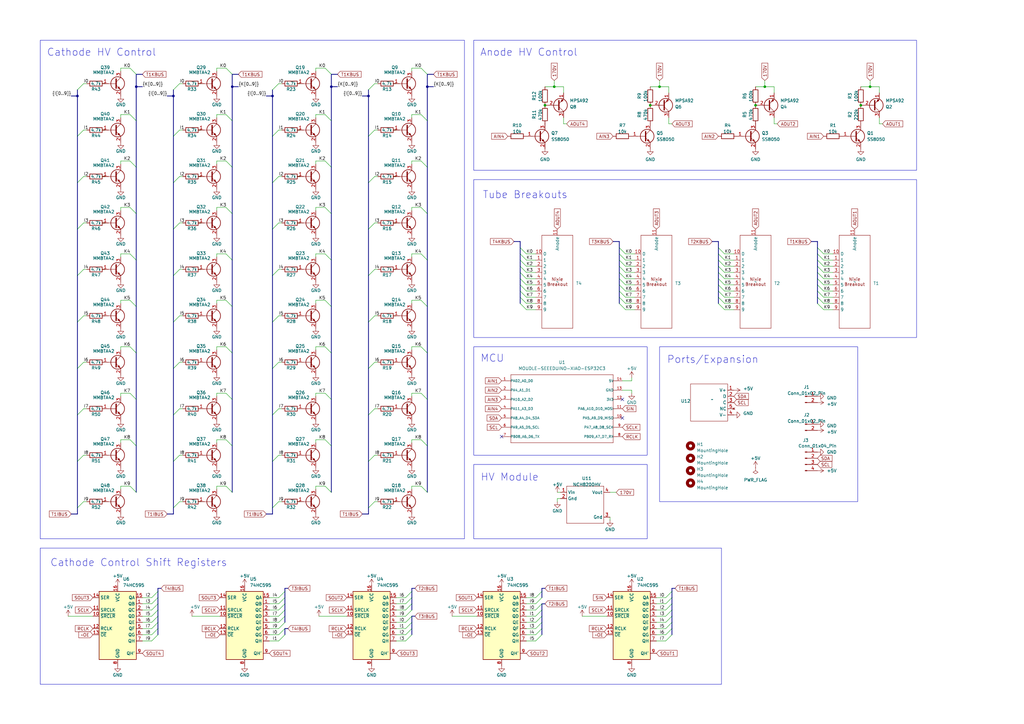
<source format=kicad_sch>
(kicad_sch (version 20250114) (generator "eeschema") (generator_version "9.0")
  (paper "A3")
  (title_block (title "Bowen Nixie Device"))
  (rectangle (start 194.31 16.51) (end 375.92 69.85))
  (rectangle (start 270.51 142.24) (end 351.79 205.74))
  (rectangle (start 194.31 142.24) (end 265.43 186.69))
  (rectangle (start 16.51 224.79) (end 295.91 280.67))
  (rectangle (start 194.31 190.5) (end 265.43 220.98))
  (rectangle (start 16.51 16.51) (end 190.5 220.98))
  (rectangle (start 194.31 73.66) (end 375.92 138.43))
  (text "Cathode Control Shift Registers" (at 56.896 230.886 0) (effects (font (size 3 3))))
  (text "Cathode HV Control" (at 41.656 21.59 0) (effects (font (size 3 3))))
  (text "HV Module" (at 209.042 195.834 0) (effects (font (size 3 3))))
  (text "Anode HV Control" (at 216.916 21.59 0) (effects (font (size 3 3))))
  (text "Tube Breakouts" (at 215.392 80.01 0) (effects (font (size 3 3))))
  (text "Ports/Expansion" (at 292.354 147.574 0) (effects (font (size 3 3))))
  (text "MCU" (at 201.93 147.066 0) (effects (font (size 3 3))))
  (junction (at 313.69 35.56))
  (junction (at 111.76 39.37))
  (junction (at 71.12 39.37))
  (junction (at 356.87 35.56))
  (junction (at 31.75 39.37))
  (junction (at 135.89 35.56))
  (junction (at 95.25 35.56))
  (junction (at 55.88 35.56))
  (junction (at 353.06 43.18))
  (junction (at 223.52 43.18))
  (junction (at 151.13 39.37))
  (junction (at 309.88 43.18))
  (junction (at 175.26 35.56))
  (junction (at 227.33 35.56))
  (junction (at 270.51 35.56))
  (junction (at 266.7 43.18))
  (no_connect (at 255.27 171.45))
  (no_connect (at 255.27 163.83))
  (no_connect (at 205.74 179.07))
  (bus_entry (at 153.67 53.34) (size -2.54 2.54))
  (bus_entry (at 73.66 205.74) (size -2.54 2.54))
  (bus_entry (at 73.66 34.29) (size -2.54 2.54))
  (bus_entry (at 256.54 116.84) (size -2.54 -2.54))
  (bus_entry (at 297.18 114.3) (size -2.54 -2.54))
  (bus_entry (at 172.72 142.24) (size 2.54 2.54))
  (bus_entry (at 256.54 104.14) (size -2.54 -2.54))
  (bus_entry (at 273.05 260.35) (size 2.54 -2.54))
  (bus_entry (at 219.71 262.89) (size 2.54 -2.54))
  (bus_entry (at 114.3 148.59) (size -2.54 2.54))
  (bus_entry (at 53.34 180.34) (size 2.54 2.54))
  (bus_entry (at 166.37 255.27) (size 2.54 -2.54))
  (bus_entry (at 114.3 255.27) (size 2.54 -2.54))
  (bus_entry (at 215.9 114.3) (size -2.54 -2.54))
  (bus_entry (at 133.35 46.99) (size 2.54 2.54))
  (bus_entry (at 53.34 142.24) (size 2.54 2.54))
  (bus_entry (at 92.71 142.24) (size 2.54 2.54))
  (bus_entry (at 215.9 121.92) (size -2.54 -2.54))
  (bus_entry (at 166.37 250.19) (size 2.54 -2.54))
  (bus_entry (at 172.72 180.34) (size 2.54 2.54))
  (bus_entry (at 34.29 110.49) (size -2.54 2.54))
  (bus_entry (at 153.67 34.29) (size -2.54 2.54))
  (bus_entry (at 337.82 109.22) (size -2.54 -2.54))
  (bus_entry (at 256.54 121.92) (size -2.54 -2.54))
  (bus_entry (at 337.82 116.84) (size -2.54 -2.54))
  (bus_entry (at 337.82 111.76) (size -2.54 -2.54))
  (bus_entry (at 92.71 161.29) (size 2.54 2.54))
  (bus_entry (at 62.23 247.65) (size 2.54 -2.54))
  (bus_entry (at 73.66 72.39) (size -2.54 2.54))
  (bus_entry (at 153.67 129.54) (size -2.54 2.54))
  (bus_entry (at 53.34 85.09) (size 2.54 2.54))
  (bus_entry (at 53.34 104.14) (size 2.54 2.54))
  (bus_entry (at 153.67 167.64) (size -2.54 2.54))
  (bus_entry (at 53.34 27.94) (size 2.54 2.54))
  (bus_entry (at 273.05 247.65) (size 2.54 -2.54))
  (bus_entry (at 133.35 199.39) (size 2.54 2.54))
  (bus_entry (at 92.71 46.99) (size 2.54 2.54))
  (bus_entry (at 133.35 104.14) (size 2.54 2.54))
  (bus_entry (at 34.29 148.59) (size -2.54 2.54))
  (bus_entry (at 114.3 247.65) (size 2.54 -2.54))
  (bus_entry (at 92.71 123.19) (size 2.54 2.54))
  (bus_entry (at 172.72 66.04) (size 2.54 2.54))
  (bus_entry (at 53.34 199.39) (size 2.54 2.54))
  (bus_entry (at 219.71 252.73) (size 2.54 -2.54))
  (bus_entry (at 166.37 257.81) (size 2.54 -2.54))
  (bus_entry (at 114.3 91.44) (size -2.54 2.54))
  (bus_entry (at 92.71 66.04) (size 2.54 2.54))
  (bus_entry (at 114.3 257.81) (size 2.54 -2.54))
  (bus_entry (at 215.9 124.46) (size -2.54 -2.54))
  (bus_entry (at 34.29 205.74) (size -2.54 2.54))
  (bus_entry (at 219.71 247.65) (size 2.54 -2.54))
  (bus_entry (at 273.05 252.73) (size 2.54 -2.54))
  (bus_entry (at 153.67 186.69) (size -2.54 2.54))
  (bus_entry (at 114.3 260.35) (size 2.54 -2.54))
  (bus_entry (at 153.67 110.49) (size -2.54 2.54))
  (bus_entry (at 114.3 250.19) (size 2.54 -2.54))
  (bus_entry (at 256.54 109.22) (size -2.54 -2.54))
  (bus_entry (at 114.3 245.11) (size 2.54 -2.54))
  (bus_entry (at 172.72 104.14) (size 2.54 2.54))
  (bus_entry (at 297.18 127) (size -2.54 -2.54))
  (bus_entry (at 53.34 46.99) (size 2.54 2.54))
  (bus_entry (at 256.54 119.38) (size -2.54 -2.54))
  (bus_entry (at 92.71 85.09) (size 2.54 2.54))
  (bus_entry (at 133.35 180.34) (size 2.54 2.54))
  (bus_entry (at 297.18 124.46) (size -2.54 -2.54))
  (bus_entry (at 34.29 91.44) (size -2.54 2.54))
  (bus_entry (at 337.82 104.14) (size -2.54 -2.54))
  (bus_entry (at 337.82 121.92) (size -2.54 -2.54))
  (bus_entry (at 73.66 167.64) (size -2.54 2.54))
  (bus_entry (at 114.3 110.49) (size -2.54 2.54))
  (bus_entry (at 215.9 106.68) (size -2.54 -2.54))
  (bus_entry (at 297.18 119.38) (size -2.54 -2.54))
  (bus_entry (at 256.54 106.68) (size -2.54 -2.54))
  (bus_entry (at 73.66 91.44) (size -2.54 2.54))
  (bus_entry (at 114.3 205.74) (size -2.54 2.54))
  (bus_entry (at 62.23 260.35) (size 2.54 -2.54))
  (bus_entry (at 62.23 257.81) (size 2.54 -2.54))
  (bus_entry (at 215.9 127) (size -2.54 -2.54))
  (bus_entry (at 153.67 148.59) (size -2.54 2.54))
  (bus_entry (at 133.35 142.24) (size 2.54 2.54))
  (bus_entry (at 34.29 34.29) (size -2.54 2.54))
  (bus_entry (at 172.72 199.39) (size 2.54 2.54))
  (bus_entry (at 337.82 124.46) (size -2.54 -2.54))
  (bus_entry (at 73.66 186.69) (size -2.54 2.54))
  (bus_entry (at 166.37 260.35) (size 2.54 -2.54))
  (bus_entry (at 114.3 53.34) (size -2.54 2.54))
  (bus_entry (at 92.71 180.34) (size 2.54 2.54))
  (bus_entry (at 92.71 199.39) (size 2.54 2.54))
  (bus_entry (at 34.29 167.64) (size -2.54 2.54))
  (bus_entry (at 73.66 148.59) (size -2.54 2.54))
  (bus_entry (at 133.35 85.09) (size 2.54 2.54))
  (bus_entry (at 114.3 167.64) (size -2.54 2.54))
  (bus_entry (at 273.05 257.81) (size 2.54 -2.54))
  (bus_entry (at 215.9 116.84) (size -2.54 -2.54))
  (bus_entry (at 53.34 161.29) (size 2.54 2.54))
  (bus_entry (at 62.23 245.11) (size 2.54 -2.54))
  (bus_entry (at 297.18 116.84) (size -2.54 -2.54))
  (bus_entry (at 256.54 124.46) (size -2.54 -2.54))
  (bus_entry (at 215.9 109.22) (size -2.54 -2.54))
  (bus_entry (at 172.72 161.29) (size 2.54 2.54))
  (bus_entry (at 219.71 257.81) (size 2.54 -2.54))
  (bus_entry (at 114.3 252.73) (size 2.54 -2.54))
  (bus_entry (at 273.05 255.27) (size 2.54 -2.54))
  (bus_entry (at 172.72 123.19) (size 2.54 2.54))
  (bus_entry (at 256.54 111.76) (size -2.54 -2.54))
  (bus_entry (at 219.71 250.19) (size 2.54 -2.54))
  (bus_entry (at 114.3 186.69) (size -2.54 2.54))
  (bus_entry (at 256.54 114.3) (size -2.54 -2.54))
  (bus_entry (at 34.29 129.54) (size -2.54 2.54))
  (bus_entry (at 172.72 46.99) (size 2.54 2.54))
  (bus_entry (at 215.9 119.38) (size -2.54 -2.54))
  (bus_entry (at 215.9 104.14) (size -2.54 -2.54))
  (bus_entry (at 73.66 129.54) (size -2.54 2.54))
  (bus_entry (at 166.37 262.89) (size 2.54 -2.54))
  (bus_entry (at 62.23 262.89) (size 2.54 -2.54))
  (bus_entry (at 297.18 109.22) (size -2.54 -2.54))
  (bus_entry (at 34.29 53.34) (size -2.54 2.54))
  (bus_entry (at 114.3 129.54) (size -2.54 2.54))
  (bus_entry (at 172.72 85.09) (size 2.54 2.54))
  (bus_entry (at 215.9 111.76) (size -2.54 -2.54))
  (bus_entry (at 62.23 255.27) (size 2.54 -2.54))
  (bus_entry (at 153.67 205.74) (size -2.54 2.54))
  (bus_entry (at 337.82 119.38) (size -2.54 -2.54))
  (bus_entry (at 133.35 66.04) (size 2.54 2.54))
  (bus_entry (at 53.34 123.19) (size 2.54 2.54))
  (bus_entry (at 172.72 27.94) (size 2.54 2.54))
  (bus_entry (at 219.71 260.35) (size 2.54 -2.54))
  (bus_entry (at 73.66 53.34) (size -2.54 2.54))
  (bus_entry (at 297.18 104.14) (size -2.54 -2.54))
  (bus_entry (at 219.71 255.27) (size 2.54 -2.54))
  (bus_entry (at 34.29 186.69) (size -2.54 2.54))
  (bus_entry (at 114.3 34.29) (size -2.54 2.54))
  (bus_entry (at 337.82 114.3) (size -2.54 -2.54))
  (bus_entry (at 337.82 127) (size -2.54 -2.54))
  (bus_entry (at 166.37 245.11) (size 2.54 -2.54))
  (bus_entry (at 62.23 250.19) (size 2.54 -2.54))
  (bus_entry (at 273.05 245.11) (size 2.54 -2.54))
  (bus_entry (at 297.18 111.76) (size -2.54 -2.54))
  (bus_entry (at 297.18 106.68) (size -2.54 -2.54))
  (bus_entry (at 153.67 72.39) (size -2.54 2.54))
  (bus_entry (at 297.18 121.92) (size -2.54 -2.54))
  (bus_entry (at 62.23 252.73) (size 2.54 -2.54))
  (bus_entry (at 256.54 127) (size -2.54 -2.54))
  (bus_entry (at 53.34 66.04) (size 2.54 2.54))
  (bus_entry (at 92.71 27.94) (size 2.54 2.54))
  (bus_entry (at 166.37 252.73) (size 2.54 -2.54))
  (bus_entry (at 337.82 106.68) (size -2.54 -2.54))
  (bus_entry (at 92.71 104.14) (size 2.54 2.54))
  (bus_entry (at 114.3 262.89) (size 2.54 -2.54))
  (bus_entry (at 73.66 110.49) (size -2.54 2.54))
  (bus_entry (at 153.67 91.44) (size -2.54 2.54))
  (bus_entry (at 273.05 250.19) (size 2.54 -2.54))
  (bus_entry (at 34.29 72.39) (size -2.54 2.54))
  (bus_entry (at 114.3 72.39) (size -2.54 2.54))
  (bus_entry (at 273.05 262.89) (size 2.54 -2.54))
  (bus_entry (at 133.35 123.19) (size 2.54 2.54))
  (bus_entry (at 219.71 245.11) (size 2.54 -2.54))
  (bus_entry (at 166.37 247.65) (size 2.54 -2.54))
  (bus_entry (at 133.35 27.94) (size 2.54 2.54))
  (bus_entry (at 133.35 161.29) (size 2.54 2.54))
  (bus (pts (xy 213.36 116.84) (xy 213.36 119.38)))
  (wire (pts (xy 168.91 142.24) (xy 168.91 143.51)))
  (bus (pts (xy 151.13 36.83) (xy 151.13 39.37)))
  (bus (pts (xy 335.28 116.84) (xy 335.28 119.38)))
  (bus (pts (xy 213.36 106.68) (xy 213.36 109.22)))
  (wire (pts (xy 317.5 50.8) (xy 317.5 48.26)))
  (wire (pts (xy 162.56 205.74) (xy 161.29 205.74)))
  (wire (pts (xy 215.9 260.35) (xy 219.71 260.35)))
  (wire (pts (xy 58.42 257.81) (xy 62.23 257.81)))
  (wire (pts (xy 269.24 257.81) (xy 273.05 257.81)))
  (wire (pts (xy 162.56 257.81) (xy 166.37 257.81)))
  (wire (pts (xy 123.19 186.69) (xy 121.92 186.69)))
  (wire (pts (xy 73.66 205.74) (xy 74.93 205.74)))
  (bus (pts (xy 294.64 119.38) (xy 294.64 121.92)))
  (wire (pts (xy 49.53 180.34) (xy 49.53 181.61)))
  (bus (pts (xy 168.91 252.73) (xy 170.18 252.73)))
  (wire (pts (xy 227.33 35.56) (xy 223.52 35.56)))
  (wire (pts (xy 123.19 205.74) (xy 121.92 205.74)))
  (wire (pts (xy 356.87 33.02) (xy 356.87 35.56)))
  (wire (pts (xy 73.66 186.69) (xy 74.93 186.69)))
  (bus (pts (xy 64.77 250.19) (xy 64.77 252.73)))
  (wire (pts (xy 168.91 104.14) (xy 172.72 104.14)))
  (wire (pts (xy 82.55 129.54) (xy 81.28 129.54)))
  (wire (pts (xy 82.55 148.59) (xy 81.28 148.59)))
  (wire (pts (xy 215.9 104.14) (xy 219.71 104.14)))
  (wire (pts (xy 238.76 252.73) (xy 248.92 252.73)))
  (bus (pts (xy 64.77 245.11) (xy 64.77 242.57)))
  (bus (pts (xy 135.89 30.48) (xy 138.43 30.48)))
  (bus (pts (xy 31.75 170.18) (xy 31.75 189.23)))
  (bus (pts (xy 168.91 245.11) (xy 168.91 242.57)))
  (wire (pts (xy 231.14 50.8) (xy 231.14 48.26)))
  (bus (pts (xy 175.26 106.68) (xy 175.26 87.63)))
  (bus (pts (xy 275.59 250.19) (xy 275.59 247.65)))
  (wire (pts (xy 153.67 129.54) (xy 154.94 129.54)))
  (bus (pts (xy 254 104.14) (xy 254 106.68)))
  (bus (pts (xy 294.64 109.22) (xy 294.64 111.76)))
  (wire (pts (xy 73.66 148.59) (xy 74.93 148.59)))
  (wire (pts (xy 168.91 161.29) (xy 168.91 162.56)))
  (bus (pts (xy 71.12 208.28) (xy 71.12 210.82)))
  (bus (pts (xy 168.91 260.35) (xy 168.91 257.81)))
  (bus (pts (xy 55.88 106.68) (xy 55.88 87.63)))
  (bus (pts (xy 294.64 121.92) (xy 294.64 124.46)))
  (bus (pts (xy 175.26 144.78) (xy 175.26 125.73)))
  (wire (pts (xy 34.29 91.44) (xy 35.56 91.44)))
  (wire (pts (xy 269.24 252.73) (xy 273.05 252.73)))
  (wire (pts (xy 82.55 110.49) (xy 81.28 110.49)))
  (wire (pts (xy 82.55 72.39) (xy 81.28 72.39)))
  (wire (pts (xy 123.19 53.34) (xy 121.92 53.34)))
  (bus (pts (xy 71.12 74.93) (xy 71.12 93.98)))
  (wire (pts (xy 215.9 245.11) (xy 219.71 245.11)))
  (wire (pts (xy 256.54 111.76) (xy 260.35 111.76)))
  (bus (pts (xy 151.13 55.88) (xy 151.13 74.93)))
  (wire (pts (xy 256.54 106.68) (xy 260.35 106.68)))
  (bus (pts (xy 332.74 99.06) (xy 335.28 99.06)))
  (wire (pts (xy 129.54 180.34) (xy 133.35 180.34)))
  (wire (pts (xy 129.54 180.34) (xy 129.54 181.61)))
  (wire (pts (xy 269.24 255.27) (xy 273.05 255.27)))
  (wire (pts (xy 123.19 110.49) (xy 121.92 110.49)))
  (wire (pts (xy 43.18 91.44) (xy 41.91 91.44)))
  (bus (pts (xy 55.88 87.63) (xy 55.88 68.58)))
  (wire (pts (xy 356.87 35.56) (xy 353.06 35.56)))
  (wire (pts (xy 297.18 124.46) (xy 300.99 124.46)))
  (wire (pts (xy 153.67 53.34) (xy 154.94 53.34)))
  (wire (pts (xy 34.29 205.74) (xy 35.56 205.74)))
  (bus (pts (xy 116.84 245.11) (xy 116.84 242.57)))
  (wire (pts (xy 43.18 72.39) (xy 41.91 72.39)))
  (wire (pts (xy 297.18 119.38) (xy 300.99 119.38)))
  (bus (pts (xy 213.36 109.22) (xy 213.36 111.76)))
  (wire (pts (xy 297.18 111.76) (xy 300.99 111.76)))
  (wire (pts (xy 162.56 53.34) (xy 161.29 53.34)))
  (wire (pts (xy 110.49 255.27) (xy 114.3 255.27)))
  (wire (pts (xy 129.54 161.29) (xy 129.54 162.56)))
  (bus (pts (xy 135.89 87.63) (xy 135.89 68.58)))
  (bus (pts (xy 175.26 35.56) (xy 175.26 49.53)))
  (bus (pts (xy 116.84 257.81) (xy 118.11 257.81)))
  (bus (pts (xy 254 106.68) (xy 254 109.22)))
  (wire (pts (xy 256.54 119.38) (xy 260.35 119.38)))
  (wire (pts (xy 49.53 180.34) (xy 53.34 180.34)))
  (bus (pts (xy 111.76 132.08) (xy 111.76 151.13)))
  (wire (pts (xy 162.56 250.19) (xy 166.37 250.19)))
  (wire (pts (xy 88.9 66.04) (xy 88.9 67.31)))
  (bus (pts (xy 95.25 163.83) (xy 95.25 144.78)))
  (wire (pts (xy 49.53 27.94) (xy 49.53 29.21)))
  (bus (pts (xy 55.88 30.48) (xy 58.42 30.48)))
  (bus (pts (xy 29.21 210.82) (xy 31.75 210.82)))
  (wire (pts (xy 297.18 116.84) (xy 300.99 116.84)))
  (wire (pts (xy 153.67 167.64) (xy 154.94 167.64)))
  (wire (pts (xy 49.53 123.19) (xy 53.34 123.19)))
  (wire (pts (xy 297.18 109.22) (xy 300.99 109.22)))
  (wire (pts (xy 162.56 148.59) (xy 161.29 148.59)))
  (wire (pts (xy 168.91 66.04) (xy 168.91 67.31)))
  (wire (pts (xy 162.56 167.64) (xy 161.29 167.64)))
  (bus (pts (xy 116.84 241.3) (xy 118.11 241.3)))
  (wire (pts (xy 43.18 167.64) (xy 41.91 167.64)))
  (wire (pts (xy 168.91 123.19) (xy 172.72 123.19)))
  (bus (pts (xy 335.28 119.38) (xy 335.28 121.92)))
  (bus (pts (xy 275.59 252.73) (xy 275.59 250.19)))
  (wire (pts (xy 337.82 121.92) (xy 341.63 121.92)))
  (wire (pts (xy 256.54 121.92) (xy 260.35 121.92)))
  (wire (pts (xy 168.91 104.14) (xy 168.91 105.41)))
  (wire (pts (xy 269.24 262.89) (xy 273.05 262.89)))
  (bus (pts (xy 254 99.06) (xy 254 101.6)))
  (wire (pts (xy 88.9 180.34) (xy 88.9 181.61)))
  (wire (pts (xy 337.82 119.38) (xy 341.63 119.38)))
  (wire (pts (xy 153.67 148.59) (xy 154.94 148.59)))
  (wire (pts (xy 129.54 104.14) (xy 133.35 104.14)))
  (wire (pts (xy 228.6 204.47) (xy 229.87 204.47)))
  (bus (pts (xy 151.13 208.28) (xy 151.13 210.82)))
  (bus (pts (xy 55.88 35.56) (xy 55.88 30.48)))
  (bus (pts (xy 31.75 113.03) (xy 31.75 132.08)))
  (wire (pts (xy 269.24 247.65) (xy 273.05 247.65)))
  (wire (pts (xy 58.42 247.65) (xy 62.23 247.65)))
  (bus (pts (xy 175.26 68.58) (xy 175.26 49.53)))
  (wire (pts (xy 88.9 27.94) (xy 88.9 29.21)))
  (bus (pts (xy 210.82 99.06) (xy 213.36 99.06)))
  (wire (pts (xy 162.56 252.73) (xy 166.37 252.73)))
  (bus (pts (xy 116.84 245.11) (xy 116.84 247.65)))
  (wire (pts (xy 49.53 46.99) (xy 53.34 46.99)))
  (bus (pts (xy 335.28 121.92) (xy 335.28 124.46)))
  (wire (pts (xy 114.3 72.39) (xy 115.57 72.39)))
  (wire (pts (xy 168.91 46.99) (xy 172.72 46.99)))
  (bus (pts (xy 31.75 36.83) (xy 31.75 39.37)))
  (bus (pts (xy 116.84 250.19) (xy 116.84 252.73)))
  (bus (pts (xy 294.64 114.3) (xy 294.64 116.84)))
  (wire (pts (xy 360.68 35.56) (xy 356.87 35.56)))
  (wire (pts (xy 129.54 123.19) (xy 129.54 124.46)))
  (wire (pts (xy 337.82 106.68) (xy 341.63 106.68)))
  (bus (pts (xy 254 101.6) (xy 254 104.14)))
  (bus (pts (xy 64.77 252.73) (xy 64.77 255.27)))
  (bus (pts (xy 222.25 242.57) (xy 222.25 241.3)))
  (wire (pts (xy 88.9 66.04) (xy 92.71 66.04)))
  (wire (pts (xy 49.53 46.99) (xy 49.53 48.26)))
  (bus (pts (xy 213.36 99.06) (xy 213.36 101.6)))
  (wire (pts (xy 318.77 50.8) (xy 317.5 50.8)))
  (bus (pts (xy 138.43 35.56) (xy 135.89 35.56)))
  (wire (pts (xy 153.67 110.49) (xy 154.94 110.49)))
  (wire (pts (xy 129.54 66.04) (xy 129.54 67.31)))
  (wire (pts (xy 129.54 85.09) (xy 129.54 86.36)))
  (wire (pts (xy 88.9 104.14) (xy 88.9 105.41)))
  (wire (pts (xy 129.54 46.99) (xy 133.35 46.99)))
  (wire (pts (xy 256.54 116.84) (xy 260.35 116.84)))
  (bus (pts (xy 135.89 163.83) (xy 135.89 144.78)))
  (wire (pts (xy 215.9 262.89) (xy 219.71 262.89)))
  (bus (pts (xy 168.91 247.65) (xy 168.91 250.19)))
  (wire (pts (xy 255.27 160.02) (xy 259.08 160.02)))
  (bus (pts (xy 222.25 250.19) (xy 222.25 247.65)))
  (wire (pts (xy 168.91 85.09) (xy 172.72 85.09)))
  (bus (pts (xy 55.88 125.73) (xy 55.88 106.68)))
  (wire (pts (xy 228.6 201.93) (xy 229.87 201.93)))
  (wire (pts (xy 129.54 142.24) (xy 133.35 142.24)))
  (wire (pts (xy 88.9 27.94) (xy 92.71 27.94)))
  (bus (pts (xy 95.25 144.78) (xy 95.25 125.73)))
  (wire (pts (xy 110.49 262.89) (xy 114.3 262.89)))
  (wire (pts (xy 34.29 34.29) (xy 35.56 34.29)))
  (wire (pts (xy 58.42 245.11) (xy 62.23 245.11)))
  (bus (pts (xy 151.13 151.13) (xy 151.13 170.18)))
  (wire (pts (xy 256.54 109.22) (xy 260.35 109.22)))
  (wire (pts (xy 269.24 245.11) (xy 273.05 245.11)))
  (bus (pts (xy 168.91 257.81) (xy 168.91 255.27)))
  (bus (pts (xy 55.88 201.93) (xy 55.88 182.88)))
  (bus (pts (xy 95.25 182.88) (xy 95.25 163.83)))
  (wire (pts (xy 27.94 252.73) (xy 38.1 252.73)))
  (wire (pts (xy 43.18 110.49) (xy 41.91 110.49)))
  (bus (pts (xy 251.46 99.06) (xy 254 99.06)))
  (bus (pts (xy 148.59 39.37) (xy 151.13 39.37)))
  (bus (pts (xy 294.64 99.06) (xy 294.64 101.6)))
  (wire (pts (xy 123.19 129.54) (xy 121.92 129.54)))
  (wire (pts (xy 49.53 199.39) (xy 53.34 199.39)))
  (bus (pts (xy 111.76 170.18) (xy 111.76 189.23)))
  (bus (pts (xy 151.13 74.93) (xy 151.13 93.98)))
  (bus (pts (xy 275.59 255.27) (xy 275.59 252.73)))
  (bus (pts (xy 71.12 113.03) (xy 71.12 132.08)))
  (wire (pts (xy 82.55 53.34) (xy 81.28 53.34)))
  (bus (pts (xy 31.75 208.28) (xy 31.75 210.82)))
  (bus (pts (xy 335.28 106.68) (xy 335.28 109.22)))
  (bus (pts (xy 335.28 109.22) (xy 335.28 111.76)))
  (wire (pts (xy 88.9 199.39) (xy 92.71 199.39)))
  (wire (pts (xy 123.19 167.64) (xy 121.92 167.64)))
  (wire (pts (xy 123.19 91.44) (xy 121.92 91.44)))
  (wire (pts (xy 215.9 109.22) (xy 219.71 109.22)))
  (bus (pts (xy 222.25 257.81) (xy 222.25 255.27)))
  (bus (pts (xy 31.75 93.98) (xy 31.75 113.03)))
  (wire (pts (xy 168.91 161.29) (xy 172.72 161.29)))
  (wire (pts (xy 88.9 104.14) (xy 92.71 104.14)))
  (wire (pts (xy 110.49 257.81) (xy 114.3 257.81)))
  (wire (pts (xy 162.56 34.29) (xy 161.29 34.29)))
  (wire (pts (xy 88.9 46.99) (xy 88.9 48.26)))
  (wire (pts (xy 313.69 35.56) (xy 309.88 35.56)))
  (bus (pts (xy 335.28 104.14) (xy 335.28 106.68)))
  (wire (pts (xy 129.54 104.14) (xy 129.54 105.41)))
  (wire (pts (xy 49.53 104.14) (xy 49.53 105.41)))
  (bus (pts (xy 116.84 242.57) (xy 116.84 241.3)))
  (wire (pts (xy 337.82 111.76) (xy 341.63 111.76)))
  (wire (pts (xy 114.3 205.74) (xy 115.57 205.74)))
  (wire (pts (xy 88.9 142.24) (xy 88.9 143.51)))
  (bus (pts (xy 254 114.3) (xy 254 116.84)))
  (wire (pts (xy 123.19 148.59) (xy 121.92 148.59)))
  (wire (pts (xy 168.91 199.39) (xy 172.72 199.39)))
  (bus (pts (xy 68.58 39.37) (xy 71.12 39.37)))
  (wire (pts (xy 73.66 167.64) (xy 74.93 167.64)))
  (wire (pts (xy 215.9 106.68) (xy 219.71 106.68)))
  (wire (pts (xy 34.29 167.64) (xy 35.56 167.64)))
  (bus (pts (xy 71.12 55.88) (xy 71.12 74.93)))
  (bus (pts (xy 111.76 189.23) (xy 111.76 208.28)))
  (wire (pts (xy 215.9 116.84) (xy 219.71 116.84)))
  (bus (pts (xy 175.26 182.88) (xy 175.26 163.83)))
  (wire (pts (xy 114.3 34.29) (xy 115.57 34.29)))
  (wire (pts (xy 168.91 199.39) (xy 168.91 200.66)))
  (bus (pts (xy 151.13 93.98) (xy 151.13 113.03)))
  (wire (pts (xy 49.53 104.14) (xy 53.34 104.14)))
  (wire (pts (xy 88.9 142.24) (xy 92.71 142.24)))
  (bus (pts (xy 175.26 163.83) (xy 175.26 144.78)))
  (bus (pts (xy 222.25 252.73) (xy 222.25 255.27)))
  (wire (pts (xy 34.29 186.69) (xy 35.56 186.69)))
  (wire (pts (xy 114.3 186.69) (xy 115.57 186.69)))
  (wire (pts (xy 337.82 109.22) (xy 341.63 109.22)))
  (bus (pts (xy 64.77 242.57) (xy 64.77 241.3)))
  (wire (pts (xy 231.14 35.56) (xy 227.33 35.56)))
  (bus (pts (xy 95.25 106.68) (xy 95.25 87.63)))
  (bus (pts (xy 135.89 201.93) (xy 135.89 182.88)))
  (wire (pts (xy 129.54 85.09) (xy 133.35 85.09)))
  (wire (pts (xy 297.18 106.68) (xy 300.99 106.68)))
  (bus (pts (xy 254 121.92) (xy 254 124.46)))
  (wire (pts (xy 82.55 91.44) (xy 81.28 91.44)))
  (bus (pts (xy 335.28 111.76) (xy 335.28 114.3)))
  (wire (pts (xy 123.19 72.39) (xy 121.92 72.39)))
  (wire (pts (xy 162.56 245.11) (xy 166.37 245.11)))
  (wire (pts (xy 49.53 66.04) (xy 49.53 67.31)))
  (bus (pts (xy 168.91 242.57) (xy 168.91 241.3)))
  (bus (pts (xy 151.13 132.08) (xy 151.13 151.13)))
  (wire (pts (xy 130.81 252.73) (xy 142.24 252.73)))
  (wire (pts (xy 73.66 110.49) (xy 74.93 110.49)))
  (wire (pts (xy 215.9 111.76) (xy 219.71 111.76)))
  (wire (pts (xy 252.73 201.93) (xy 250.19 201.93)))
  (bus (pts (xy 55.88 163.83) (xy 55.88 144.78)))
  (bus (pts (xy 135.89 125.73) (xy 135.89 106.68)))
  (wire (pts (xy 34.29 72.39) (xy 35.56 72.39)))
  (bus (pts (xy 168.91 252.73) (xy 168.91 255.27)))
  (bus (pts (xy 222.25 245.11) (xy 222.25 242.57)))
  (bus (pts (xy 135.89 35.56) (xy 135.89 30.48)))
  (wire (pts (xy 49.53 161.29) (xy 49.53 162.56)))
  (bus (pts (xy 151.13 170.18) (xy 151.13 189.23)))
  (wire (pts (xy 168.91 27.94) (xy 168.91 29.21)))
  (wire (pts (xy 215.9 255.27) (xy 219.71 255.27)))
  (wire (pts (xy 162.56 255.27) (xy 166.37 255.27)))
  (bus (pts (xy 175.26 30.48) (xy 177.8 30.48)))
  (wire (pts (xy 110.49 250.19) (xy 114.3 250.19)))
  (bus (pts (xy 116.84 252.73) (xy 116.84 255.27)))
  (bus (pts (xy 148.59 210.82) (xy 151.13 210.82)))
  (bus (pts (xy 111.76 93.98) (xy 111.76 113.03)))
  (bus (pts (xy 135.89 68.58) (xy 135.89 49.53)))
  (wire (pts (xy 114.3 110.49) (xy 115.57 110.49)))
  (bus (pts (xy 254 116.84) (xy 254 119.38)))
  (bus (pts (xy 95.25 201.93) (xy 95.25 182.88)))
  (bus (pts (xy 111.76 55.88) (xy 111.76 74.93)))
  (bus (pts (xy 213.36 121.92) (xy 213.36 124.46)))
  (wire (pts (xy 129.54 199.39) (xy 129.54 200.66)))
  (wire (pts (xy 256.54 114.3) (xy 260.35 114.3)))
  (wire (pts (xy 49.53 85.09) (xy 49.53 86.36)))
  (bus (pts (xy 71.12 39.37) (xy 71.12 55.88)))
  (wire (pts (xy 215.9 121.92) (xy 219.71 121.92)))
  (bus (pts (xy 64.77 257.81) (xy 64.77 255.27)))
  (wire (pts (xy 88.9 123.19) (xy 92.71 123.19)))
  (wire (pts (xy 49.53 199.39) (xy 49.53 200.66)))
  (bus (pts (xy 109.22 210.82) (xy 111.76 210.82)))
  (wire (pts (xy 256.54 124.46) (xy 260.35 124.46)))
  (wire (pts (xy 215.9 119.38) (xy 219.71 119.38)))
  (bus (pts (xy 31.75 189.23) (xy 31.75 208.28)))
  (wire (pts (xy 49.53 85.09) (xy 53.34 85.09)))
  (wire (pts (xy 114.3 53.34) (xy 115.57 53.34)))
  (wire (pts (xy 129.54 46.99) (xy 129.54 48.26)))
  (wire (pts (xy 337.82 104.14) (xy 341.63 104.14)))
  (bus (pts (xy 64.77 257.81) (xy 64.77 260.35)))
  (bus (pts (xy 177.8 35.56) (xy 175.26 35.56)))
  (wire (pts (xy 232.41 50.8) (xy 231.14 50.8)))
  (wire (pts (xy 162.56 72.39) (xy 161.29 72.39)))
  (wire (pts (xy 168.91 180.34) (xy 168.91 181.61)))
  (bus (pts (xy 111.76 113.03) (xy 111.76 132.08)))
  (bus (pts (xy 95.25 35.56) (xy 95.25 30.48)))
  (bus (pts (xy 55.88 144.78) (xy 55.88 125.73)))
  (bus (pts (xy 95.25 35.56) (xy 95.25 49.53)))
  (wire (pts (xy 43.18 186.69) (xy 41.91 186.69)))
  (wire (pts (xy 259.08 161.29) (xy 259.08 160.02)))
  (bus (pts (xy 31.75 151.13) (xy 31.75 170.18)))
  (bus (pts (xy 254 109.22) (xy 254 111.76)))
  (wire (pts (xy 110.49 247.65) (xy 114.3 247.65)))
  (wire (pts (xy 88.9 46.99) (xy 92.71 46.99)))
  (wire (pts (xy 297.18 121.92) (xy 300.99 121.92)))
  (wire (pts (xy 231.14 38.1) (xy 231.14 35.56)))
  (wire (pts (xy 215.9 124.46) (xy 219.71 124.46)))
  (wire (pts (xy 129.54 199.39) (xy 133.35 199.39)))
  (wire (pts (xy 73.66 34.29) (xy 74.93 34.29)))
  (wire (pts (xy 162.56 110.49) (xy 161.29 110.49)))
  (bus (pts (xy 111.76 151.13) (xy 111.76 170.18)))
  (wire (pts (xy 73.66 72.39) (xy 74.93 72.39)))
  (bus (pts (xy 68.58 210.82) (xy 71.12 210.82)))
  (wire (pts (xy 43.18 205.74) (xy 41.91 205.74)))
  (wire (pts (xy 49.53 27.94) (xy 53.34 27.94)))
  (wire (pts (xy 337.82 114.3) (xy 341.63 114.3)))
  (wire (pts (xy 82.55 34.29) (xy 81.28 34.29)))
  (bus (pts (xy 175.26 35.56) (xy 175.26 30.48)))
  (wire (pts (xy 114.3 148.59) (xy 115.57 148.59)))
  (wire (pts (xy 129.54 123.19) (xy 133.35 123.19)))
  (wire (pts (xy 337.82 124.46) (xy 341.63 124.46)))
  (bus (pts (xy 111.76 74.93) (xy 111.76 93.98)))
  (wire (pts (xy 153.67 205.74) (xy 154.94 205.74)))
  (bus (pts (xy 275.59 247.65) (xy 275.59 245.11)))
  (wire (pts (xy 162.56 91.44) (xy 161.29 91.44)))
  (wire (pts (xy 114.3 129.54) (xy 115.57 129.54)))
  (wire (pts (xy 58.42 260.35) (xy 62.23 260.35)))
  (wire (pts (xy 43.18 34.29) (xy 41.91 34.29)))
  (bus (pts (xy 95.25 87.63) (xy 95.25 68.58)))
  (bus (pts (xy 254 111.76) (xy 254 114.3)))
  (bus (pts (xy 71.12 151.13) (xy 71.12 170.18)))
  (wire (pts (xy 162.56 129.54) (xy 161.29 129.54)))
  (wire (pts (xy 78.74 252.73) (xy 90.17 252.73)))
  (bus (pts (xy 151.13 113.03) (xy 151.13 132.08)))
  (wire (pts (xy 153.67 72.39) (xy 154.94 72.39)))
  (wire (pts (xy 82.55 186.69) (xy 81.28 186.69)))
  (bus (pts (xy 31.75 132.08) (xy 31.75 151.13)))
  (bus (pts (xy 275.59 241.3) (xy 276.86 241.3)))
  (wire (pts (xy 215.9 257.81) (xy 219.71 257.81)))
  (wire (pts (xy 185.42 252.73) (xy 195.58 252.73)))
  (bus (pts (xy 64.77 241.3) (xy 66.04 241.3)))
  (wire (pts (xy 82.55 205.74) (xy 81.28 205.74)))
  (wire (pts (xy 34.29 129.54) (xy 35.56 129.54)))
  (wire (pts (xy 88.9 161.29) (xy 92.71 161.29)))
  (wire (pts (xy 259.08 156.21) (xy 255.27 156.21)))
  (wire (pts (xy 73.66 91.44) (xy 74.93 91.44)))
  (wire (pts (xy 270.51 33.02) (xy 270.51 35.56)))
  (bus (pts (xy 222.25 260.35) (xy 222.25 257.81)))
  (wire (pts (xy 110.49 252.73) (xy 114.3 252.73)))
  (wire (pts (xy 228.6 205.74) (xy 228.6 204.47)))
  (bus (pts (xy 71.12 170.18) (xy 71.12 189.23)))
  (wire (pts (xy 153.67 186.69) (xy 154.94 186.69)))
  (bus (pts (xy 111.76 36.83) (xy 111.76 39.37)))
  (wire (pts (xy 215.9 250.19) (xy 219.71 250.19)))
  (wire (pts (xy 227.33 33.02) (xy 227.33 35.56)))
  (wire (pts (xy 297.18 114.3) (xy 300.99 114.3)))
  (wire (pts (xy 215.9 127) (xy 219.71 127)))
  (wire (pts (xy 88.9 85.09) (xy 92.71 85.09)))
  (wire (pts (xy 270.51 35.56) (xy 266.7 35.56)))
  (bus (pts (xy 31.75 39.37) (xy 31.75 55.88)))
  (bus (pts (xy 335.28 101.6) (xy 335.28 104.14)))
  (wire (pts (xy 168.91 66.04) (xy 172.72 66.04)))
  (bus (pts (xy 55.88 68.58) (xy 55.88 49.53)))
  (wire (pts (xy 337.82 127) (xy 341.63 127)))
  (bus (pts (xy 294.64 111.76) (xy 294.64 114.3)))
  (bus (pts (xy 294.64 116.84) (xy 294.64 119.38)))
  (bus (pts (xy 275.59 242.57) (xy 275.59 241.3)))
  (wire (pts (xy 73.66 129.54) (xy 74.93 129.54)))
  (bus (pts (xy 71.12 132.08) (xy 71.12 151.13)))
  (bus (pts (xy 222.25 241.3) (xy 223.52 241.3)))
  (wire (pts (xy 34.29 148.59) (xy 35.56 148.59)))
  (wire (pts (xy 274.32 50.8) (xy 274.32 48.26)))
  (bus (pts (xy 175.26 87.63) (xy 175.26 68.58)))
  (bus (pts (xy 294.64 106.68) (xy 294.64 109.22)))
  (wire (pts (xy 58.42 262.89) (xy 62.23 262.89)))
  (bus (pts (xy 31.75 74.93) (xy 31.75 93.98)))
  (wire (pts (xy 250.19 212.09) (xy 250.19 213.36)))
  (wire (pts (xy 317.5 38.1) (xy 317.5 35.56)))
  (wire (pts (xy 256.54 127) (xy 260.35 127)))
  (wire (pts (xy 49.53 142.24) (xy 53.34 142.24)))
  (bus (pts (xy 64.77 245.11) (xy 64.77 247.65)))
  (wire (pts (xy 215.9 252.73) (xy 219.71 252.73)))
  (wire (pts (xy 162.56 262.89) (xy 166.37 262.89)))
  (bus (pts (xy 213.36 119.38) (xy 213.36 121.92)))
  (wire (pts (xy 88.9 161.29) (xy 88.9 162.56)))
  (bus (pts (xy 175.26 201.93) (xy 175.26 182.88)))
  (wire (pts (xy 129.54 142.24) (xy 129.54 143.51)))
  (wire (pts (xy 153.67 91.44) (xy 154.94 91.44)))
  (wire (pts (xy 360.68 50.8) (xy 360.68 48.26)))
  (wire (pts (xy 153.67 34.29) (xy 154.94 34.29)))
  (wire (pts (xy 297.18 104.14) (xy 300.99 104.14)))
  (bus (pts (xy 151.13 39.37) (xy 151.13 55.88)))
  (bus (pts (xy 116.84 260.35) (xy 116.84 257.81)))
  (wire (pts (xy 110.49 245.11) (xy 114.3 245.11)))
  (wire (pts (xy 162.56 247.65) (xy 166.37 247.65)))
  (bus (pts (xy 95.25 68.58) (xy 95.25 49.53)))
  (wire (pts (xy 82.55 167.64) (xy 81.28 167.64)))
  (bus (pts (xy 151.13 189.23) (xy 151.13 208.28)))
  (bus (pts (xy 71.12 93.98) (xy 71.12 113.03)))
  (wire (pts (xy 114.3 91.44) (xy 115.57 91.44)))
  (wire (pts (xy 43.18 53.34) (xy 41.91 53.34)))
  (wire (pts (xy 360.68 38.1) (xy 360.68 35.56)))
  (wire (pts (xy 49.53 161.29) (xy 53.34 161.29)))
  (bus (pts (xy 275.59 260.35) (xy 275.59 257.81)))
  (bus (pts (xy 55.88 35.56) (xy 55.88 49.53)))
  (wire (pts (xy 162.56 186.69) (xy 161.29 186.69)))
  (bus (pts (xy 58.42 35.56) (xy 55.88 35.56)))
  (wire (pts (xy 114.3 167.64) (xy 115.57 167.64)))
  (wire (pts (xy 73.66 53.34) (xy 74.93 53.34)))
  (wire (pts (xy 215.9 114.3) (xy 219.71 114.3)))
  (wire (pts (xy 49.53 123.19) (xy 49.53 124.46)))
  (bus (pts (xy 175.26 125.73) (xy 175.26 106.68)))
  (wire (pts (xy 129.54 66.04) (xy 133.35 66.04)))
  (bus (pts (xy 275.59 257.81) (xy 275.59 255.27)))
  (wire (pts (xy 313.69 33.02) (xy 313.69 35.56)))
  (bus (pts (xy 135.89 106.68) (xy 135.89 87.63)))
  (bus (pts (xy 222.25 252.73) (xy 222.25 250.19)))
  (bus (pts (xy 168.91 245.11) (xy 168.91 247.65)))
  (wire (pts (xy 49.53 66.04) (xy 53.34 66.04)))
  (bus (pts (xy 335.28 114.3) (xy 335.28 116.84)))
  (bus (pts (xy 213.36 101.6) (xy 213.36 104.14)))
  (wire (pts (xy 317.5 35.56) (xy 313.69 35.56)))
  (wire (pts (xy 88.9 123.19) (xy 88.9 124.46)))
  (bus (pts (xy 111.76 208.28) (xy 111.76 210.82)))
  (wire (pts (xy 259.08 154.94) (xy 259.08 156.21)))
  (wire (pts (xy 168.91 46.99) (xy 168.91 48.26)))
  (bus (pts (xy 213.36 114.3) (xy 213.36 116.84)))
  (wire (pts (xy 274.32 38.1) (xy 274.32 35.56)))
  (bus (pts (xy 254 119.38) (xy 254 121.92)))
  (wire (pts (xy 256.54 104.14) (xy 260.35 104.14)))
  (wire (pts (xy 58.42 255.27) (xy 62.23 255.27)))
  (wire (pts (xy 49.53 142.24) (xy 49.53 143.51)))
  (wire (pts (xy 88.9 199.39) (xy 88.9 200.66)))
  (bus (pts (xy 213.36 104.14) (xy 213.36 106.68)))
  (bus (pts (xy 335.28 99.06) (xy 335.28 101.6)))
  (bus (pts (xy 116.84 247.65) (xy 116.84 250.19)))
  (wire (pts (xy 43.18 129.54) (xy 41.91 129.54)))
  (bus (pts (xy 64.77 247.65) (xy 64.77 250.19)))
  (bus (pts (xy 292.1 99.06) (xy 294.64 99.06)))
  (wire (pts (xy 129.54 27.94) (xy 133.35 27.94)))
  (wire (pts (xy 275.59 50.8) (xy 274.32 50.8)))
  (wire (pts (xy 215.9 247.65) (xy 219.71 247.65)))
  (wire (pts (xy 88.9 180.34) (xy 92.71 180.34)))
  (wire (pts (xy 34.29 53.34) (xy 35.56 53.34)))
  (wire (pts (xy 123.19 34.29) (xy 121.92 34.29)))
  (bus (pts (xy 168.91 241.3) (xy 170.18 241.3)))
  (wire (pts (xy 129.54 27.94) (xy 129.54 29.21)))
  (wire (pts (xy 297.18 127) (xy 300.99 127)))
  (wire (pts (xy 269.24 260.35) (xy 273.05 260.35)))
  (wire (pts (xy 168.91 180.34) (xy 172.72 180.34)))
  (bus (pts (xy 95.25 125.73) (xy 95.25 106.68)))
  (bus (pts (xy 95.25 30.48) (xy 97.79 30.48)))
  (wire (pts (xy 168.91 27.94) (xy 172.72 27.94)))
  (bus (pts (xy 135.89 182.88) (xy 135.89 163.83)))
  (bus (pts (xy 135.89 144.78) (xy 135.89 125.73)))
  (wire (pts (xy 162.56 260.35) (xy 166.37 260.35)))
  (wire (pts (xy 58.42 250.19) (xy 62.23 250.19)))
  (wire (pts (xy 274.32 35.56) (xy 270.51 35.56)))
  (wire (pts (xy 168.91 123.19) (xy 168.91 124.46)))
  (wire (pts (xy 168.91 142.24) (xy 172.72 142.24)))
  (wire (pts (xy 337.82 116.84) (xy 341.63 116.84)))
  (wire (pts (xy 34.29 110.49) (xy 35.56 110.49)))
  (wire (pts (xy 88.9 85.09) (xy 88.9 86.36)))
  (bus (pts (xy 71.12 36.83) (xy 71.12 39.37)))
  (bus (pts (xy 294.64 104.14) (xy 294.64 106.68)))
  (wire (pts (xy 168.91 85.09) (xy 168.91 86.36)))
  (bus (pts (xy 275.59 245.11) (xy 275.59 242.57)))
  (bus (pts (xy 71.12 189.23) (xy 71.12 208.28)))
  (wire (pts (xy 269.24 250.19) (xy 273.05 250.19)))
  (bus (pts (xy 135.89 35.56) (xy 135.89 49.53)))
  (bus (pts (xy 29.21 39.37) (xy 31.75 39.37)))
  (bus (pts (xy 55.88 182.88) (xy 55.88 163.83)))
  (bus (pts (xy 222.25 247.65) (xy 223.52 247.65)))
  (wire (pts (xy 43.18 148.59) (xy 41.91 148.59)))
  (bus (pts (xy 109.22 39.37) (xy 111.76 39.37)))
  (bus (pts (xy 213.36 111.76) (xy 213.36 114.3)))
  (wire (pts (xy 129.54 161.29) (xy 133.35 161.29)))
  (wire (pts (xy 361.95 50.8) (xy 360.68 50.8)))
  (bus (pts (xy 31.75 55.88) (xy 31.75 74.93)))
  (bus (pts (xy 97.79 35.56) (xy 95.25 35.56)))
  (wire (pts (xy 110.49 260.35) (xy 114.3 260.35)))
  (wire (pts (xy 58.42 252.73) (xy 62.23 252.73)))
  (bus (pts (xy 294.64 101.6) (xy 294.64 104.14)))
  (bus (pts (xy 111.76 39.37) (xy 111.76 55.88)))
  (label "I3" (at 270.51 252.73 0))
  (label "K2" (at 215.9 109.22 0))
  (label "I5" (at 217.17 262.89 0))
  (label "I2" (at 34.29 72.39 0))
  (label "I5" (at 114.3 129.54 0))
  (label "K4" (at 130.81 104.14 0))
  (label "K6" (at 130.81 142.24 0))
  (label "K0" (at 256.54 104.14 0))
  (label "K4" (at 297.18 114.3 0))
  (label "I0" (at 270.51 245.11 0))
  (label "{K[0..9]}" (at 177.8 35.56 0))
  (label "I7" (at 114.3 167.64 0))
  (label "I7" (at 270.51 262.89 0))
  (label "{I[0..9]}" (at 68.58 39.37 180))
  (label "K8" (at 130.81 180.34 0))
  (label "I8" (at 153.67 186.69 0))
  (label "K6" (at 50.8 142.24 0))
  (label "I8" (at 217.17 245.11 0))
  (label "I4" (at 217.17 260.35 0))
  (label "I2" (at 163.83 260.35 0))
  (label "K1" (at 130.81 46.99 0))
  (label "I3" (at 73.66 91.44 0))
  (label "K3" (at 337.82 111.76 0))
  (label "I9" (at 111.76 257.81 0))
  (label "K0" (at 130.81 27.94 0))
  (label "K4" (at 337.82 114.3 0))
  (label "I1" (at 270.51 247.65 0))
  (label "I9" (at 34.29 205.74 0))
  (label "K3" (at 170.18 85.09 0))
  (label "I3" (at 217.17 257.81 0))
  (label "K1" (at 90.17 46.99 0))
  (label "I5" (at 34.29 129.54 0))
  (label "I8" (at 59.69 260.35 0))
  (label "I4" (at 111.76 245.11 0))
  (label "I4" (at 153.67 110.49 0))
  (label "I9" (at 153.67 205.74 0))
  (label "I1" (at 163.83 257.81 0))
  (label "K3" (at 130.81 85.09 0))
  (label "I3" (at 114.3 91.44 0))
  (label "I4" (at 34.29 110.49 0))
  (label "K0" (at 170.18 27.94 0))
  (label "{I[0..9]}" (at 29.21 39.37 180))
  (label "K9" (at 297.18 127 0))
  (label "K1" (at 256.54 106.68 0))
  (label "I2" (at 153.67 72.39 0))
  (label "K5" (at 256.54 116.84 0))
  (label "K3" (at 90.17 85.09 0))
  (label "K6" (at 256.54 119.38 0))
  (label "K2" (at 130.81 66.04 0))
  (label "I6" (at 153.67 148.59 0))
  (label "I4" (at 270.51 255.27 0))
  (label "K8" (at 170.18 180.34 0))
  (label "K7" (at 215.9 121.92 0))
  (label "K3" (at 256.54 111.76 0))
  (label "K7" (at 170.18 161.29 0))
  (label "K0" (at 90.17 27.94 0))
  (label "I9" (at 217.17 247.65 0))
  (label "K5" (at 130.81 123.19 0))
  (label "K1" (at 297.18 106.68 0))
  (label "I0" (at 163.83 255.27 0))
  (label "K3" (at 215.9 111.76 0))
  (label "I6" (at 34.29 148.59 0))
  (label "K4" (at 256.54 114.3 0))
  (label "K0" (at 215.9 104.14 0))
  (label "K8" (at 256.54 124.46 0))
  (label "K5" (at 337.82 116.84 0))
  (label "K8" (at 337.82 124.46 0))
  (label "I1" (at 217.17 252.73 0))
  (label "{K[0..9]}" (at 58.42 35.56 0))
  (label "I7" (at 59.69 257.81 0))
  (label "K0" (at 337.82 104.14 0))
  (label "K9" (at 50.8 199.39 0))
  (label "I4" (at 73.66 110.49 0))
  (label "I8" (at 73.66 186.69 0))
  (label "K6" (at 297.18 119.38 0))
  (label "I6" (at 114.3 148.59 0))
  (label "I2" (at 59.69 245.11 0))
  (label "I2" (at 73.66 72.39 0))
  (label "K4" (at 215.9 114.3 0))
  (label "{I[0..9]}" (at 148.59 39.37 180))
  (label "I4" (at 114.3 110.49 0))
  (label "I6" (at 163.83 245.11 0))
  (label "K2" (at 256.54 109.22 0))
  (label "K9" (at 90.17 199.39 0))
  (label "I5" (at 59.69 252.73 0))
  (label "K5" (at 297.18 116.84 0))
  (label "I8" (at 163.83 250.19 0))
  (label "I9" (at 163.83 252.73 0))
  (label "I7" (at 163.83 247.65 0))
  (label "K2" (at 170.18 66.04 0))
  (label "K9" (at 130.81 199.39 0))
  (label "I0" (at 217.17 250.19 0))
  (label "K2" (at 337.82 109.22 0))
  (label "K8" (at 297.18 124.46 0))
  (label "K7" (at 90.17 161.29 0))
  (label "K5" (at 90.17 123.19 0))
  (label "K9" (at 256.54 127 0))
  (label "K6" (at 170.18 142.24 0))
  (label "{K[0..9]}" (at 97.79 35.56 0))
  (label "I3" (at 34.29 91.44 0))
  (label "K5" (at 170.18 123.19 0))
  (label "K2" (at 90.17 66.04 0))
  (label "K1" (at 215.9 106.68 0))
  (label "K8" (at 215.9 124.46 0))
  (label "I4" (at 59.69 250.19 0))
  (label "K4" (at 50.8 104.14 0))
  (label "I5" (at 111.76 247.65 0))
  (label "K5" (at 50.8 123.19 0))
  (label "I0" (at 114.3 34.29 0))
  (label "{I[0..9]}" (at 109.22 39.37 180))
  (label "I1" (at 111.76 262.89 0))
  (label "I9" (at 59.69 262.89 0))
  (label "I7" (at 153.67 167.64 0))
  (label "K5" (at 215.9 116.84 0))
  (label "K8" (at 50.8 180.34 0))
  (label "K7" (at 50.8 161.29 0))
  (label "I5" (at 270.51 257.81 0))
  (label "I2" (at 114.3 72.39 0))
  (label "I5" (at 73.66 129.54 0))
  (label "I1" (at 153.67 53.34 0))
  (label "I7" (at 73.66 167.64 0))
  (label "I8" (at 111.76 255.27 0))
  (label "I6" (at 73.66 148.59 0))
  (label "I1" (at 34.29 53.34 0))
  (label "K4" (at 90.17 104.14 0))
  (label "I7" (at 111.76 252.73 0))
  (label "K7" (at 297.18 121.92 0))
  (label "I3" (at 163.83 262.89 0))
  (label "I9" (at 114.3 205.74 0))
  (label "I5" (at 153.67 129.54 0))
  (label "K1" (at 337.82 106.68 0))
  (label "I7" (at 34.29 167.64 0))
  (label "K8" (at 90.17 180.34 0))
  (label "K0" (at 50.8 27.94 0))
  (label "K1" (at 170.18 46.99 0))
  (label "I3" (at 59.69 247.65 0))
  (label "I6" (at 59.69 255.27 0))
  (label "I6" (at 270.51 260.35 0))
  (label "K6" (at 90.17 142.24 0))
  (label "K4" (at 170.18 104.14 0))
  (label "I6" (at 111.76 250.19 0))
  (label "I0" (at 153.67 34.29 0))
  (label "K9" (at 170.18 199.39 0))
  (label "K2" (at 297.18 109.22 0))
  (label "K3" (at 297.18 111.76 0))
  (label "K9" (at 337.82 127 0))
  (label "I1" (at 73.66 53.34 0))
  (label "K6" (at 337.82 119.38 0))
  (label "I0" (at 34.29 34.29 0))
  (label "K7" (at 256.54 121.92 0))
  (label "K9" (at 215.9 127 0))
  (label "K2" (at 50.8 66.04 0))
  (label "K3" (at 50.8 85.09 0))
  (label "{K[0..9]}" (at 138.43 35.56 0))
  (label "I2" (at 270.51 250.19 0))
  (label "I9" (at 73.66 205.74 0))
  (label "K7" (at 130.81 161.29 0))
  (label "I3" (at 153.67 91.44 0))
  (label "I2" (at 217.17 255.27 0))
  (label "K0" (at 297.18 104.14 0))
  (label "K7" (at 337.82 121.92 0))
  (label "K6" (at 215.9 119.38 0))
  (label "I1" (at 114.3 53.34 0))
  (label "I0" (at 73.66 34.29 0))
  (label "K1" (at 50.8 46.99 0))
  (label "I8" (at 114.3 186.69 0))
  (label "I8" (at 34.29 186.69 0))
  (label "I0" (at 111.76 260.35 0))
  (global_label "AIN1" (shape input) (at 205.74 156.21 180) (property "Intersheetrefs" "${INTERSHEET_REFS}" (effects (hide yes))))
  (global_label "AOUT2" (shape input) (at 318.77 50.8 0) (property "Intersheetrefs" "${INTERSHEET_REFS}" (effects (hide yes))))
  (global_label "AOUT3" (shape input) (at 275.59 50.8 0) (property "Intersheetrefs" "${INTERSHEET_REFS}" (effects (hide yes))))
  (global_label "SDA" (shape input) (at 300.99 162.56 0) (property "Intersheetrefs" "${INTERSHEET_REFS}" (effects (hide yes))))
  (global_label "SOUT4" (shape input) (at 110.49 267.97 0) (property "Intersheetrefs" "${INTERSHEET_REFS}" (effects (hide yes))))
  (global_label "T2IBUS" (shape input) (at 170.18 241.3 0) (property "Intersheetrefs" "${INTERSHEET_REFS}" (effects (hide yes))))
  (global_label "T3IBUS" (shape input) (at 170.18 252.73 0) (property "Intersheetrefs" "${INTERSHEET_REFS}" (effects (hide yes))))
  (global_label "AIN4" (shape input) (at 208.28 55.88 180) (property "Intersheetrefs" "${INTERSHEET_REFS}" (effects (hide yes))))
  (global_label "RCLK" (shape input) (at 38.1 257.81 180) (property "Intersheetrefs" "${INTERSHEET_REFS}" (effects (hide yes))))
  (global_label "SCLK" (shape input) (at 195.58 250.19 180) (property "Intersheetrefs" "${INTERSHEET_REFS}" (effects (hide yes))))
  (global_label "SOUT2" (shape input) (at 142.24 245.11 180) (property "Intersheetrefs" "${INTERSHEET_REFS}" (effects (hide yes))))
  (global_label "SOUT3" (shape input) (at 162.56 267.97 0) (property "Intersheetrefs" "${INTERSHEET_REFS}" (effects (hide yes))))
  (global_label "SCLK" (shape input) (at 142.24 250.19 180) (property "Intersheetrefs" "${INTERSHEET_REFS}" (effects (hide yes))))
  (global_label "SIN" (shape input) (at 255.27 167.64 0) (property "Intersheetrefs" "${INTERSHEET_REFS}" (effects (hide yes))))
  (global_label "RCLK" (shape input) (at 248.92 257.81 180) (property "Intersheetrefs" "${INTERSHEET_REFS}" (effects (hide yes))))
  (global_label "AIN3" (shape input) (at 251.46 55.88 180) (property "Intersheetrefs" "${INTERSHEET_REFS}" (effects (hide yes))))
  (global_label "SCL" (shape input) (at 300.99 165.1 0) (property "Intersheetrefs" "${INTERSHEET_REFS}" (effects (hide yes))))
  (global_label "~OE" (shape input) (at 142.24 260.35 180) (property "Intersheetrefs" "${INTERSHEET_REFS}" (effects (hide yes))))
  (global_label "170V" (shape input) (at 227.33 33.02 90) (property "Intersheetrefs" "${INTERSHEET_REFS}" (effects (hide yes))))
  (global_label "AOUT2" (shape input) (at 309.88 93.98 90) (property "Intersheetrefs" "${INTERSHEET_REFS}" (effects (hide yes))))
  (global_label "SCLK" (shape input) (at 255.27 175.26 0) (property "Intersheetrefs" "${INTERSHEET_REFS}" (effects (hide yes))))
  (global_label "T1IBUS" (shape input) (at 148.59 210.82 180) (property "Intersheetrefs" "${INTERSHEET_REFS}" (effects (hide yes))))
  (global_label "AIN2" (shape input) (at 205.74 160.02 180) (property "Intersheetrefs" "${INTERSHEET_REFS}" (effects (hide yes))))
  (global_label "T3IBUS" (shape input) (at 118.11 241.3 0) (property "Intersheetrefs" "${INTERSHEET_REFS}" (effects (hide yes))))
  (global_label "SDA" (shape input) (at 205.74 171.45 180) (property "Intersheetrefs" "${INTERSHEET_REFS}" (effects (hide yes))))
  (global_label "SOUT1" (shape input) (at 195.58 245.11 180) (property "Intersheetrefs" "${INTERSHEET_REFS}" (effects (hide yes))))
  (global_label "SCLK" (shape input) (at 38.1 250.19 180) (property "Intersheetrefs" "${INTERSHEET_REFS}" (effects (hide yes))))
  (global_label "T1IBUS" (shape input) (at 223.52 241.3 0) (property "Intersheetrefs" "${INTERSHEET_REFS}" (effects (hide yes))))
  (global_label "T4KBUS" (shape input) (at 210.82 99.06 180) (property "Intersheetrefs" "${INTERSHEET_REFS}" (effects (hide yes))))
  (global_label "T1KBUS" (shape input) (at 177.8 30.48 0) (property "Intersheetrefs" "${INTERSHEET_REFS}" (effects (hide yes))))
  (global_label "AIN2" (shape input) (at 294.64 55.88 180) (property "Intersheetrefs" "${INTERSHEET_REFS}" (effects (hide yes))))
  (global_label "T2IBUS" (shape input) (at 223.52 247.65 0) (property "Intersheetrefs" "${INTERSHEET_REFS}" (effects (hide yes))))
  (global_label "SOUT2" (shape input) (at 215.9 267.97 0) (property "Intersheetrefs" "${INTERSHEET_REFS}" (effects (hide yes))))
  (global_label "AIN1" (shape input) (at 337.82 55.88 180) (property "Intersheetrefs" "${INTERSHEET_REFS}" (effects (hide yes))))
  (global_label "T1KBUS" (shape input) (at 332.74 99.06 180) (property "Intersheetrefs" "${INTERSHEET_REFS}" (effects (hide yes))))
  (global_label "~OE" (shape input) (at 248.92 260.35 180) (property "Intersheetrefs" "${INTERSHEET_REFS}" (effects (hide yes))))
  (global_label "AOUT4" (shape input) (at 228.6 93.98 90) (property "Intersheetrefs" "${INTERSHEET_REFS}" (effects (hide yes))))
  (global_label "T1IBUS" (shape input) (at 29.21 210.82 180) (property "Intersheetrefs" "${INTERSHEET_REFS}" (effects (hide yes))))
  (global_label "SCLK" (shape input) (at 90.17 250.19 180) (property "Intersheetrefs" "${INTERSHEET_REFS}" (effects (hide yes))))
  (global_label "SDA" (shape input) (at 335.28 187.96 0) (property "Intersheetrefs" "${INTERSHEET_REFS}" (effects (hide yes))))
  (global_label "170V" (shape input) (at 356.87 33.02 90) (property "Intersheetrefs" "${INTERSHEET_REFS}" (effects (hide yes))))
  (global_label "RCLK" (shape input) (at 255.27 179.07 0) (property "Intersheetrefs" "${INTERSHEET_REFS}" (effects (hide yes))))
  (global_label "T4IBUS" (shape input) (at 118.11 257.81 0) (property "Intersheetrefs" "${INTERSHEET_REFS}" (effects (hide yes))))
  (global_label "AOUT4" (shape input) (at 232.41 50.8 0) (property "Intersheetrefs" "${INTERSHEET_REFS}" (effects (hide yes))))
  (global_label "SOUT3" (shape input) (at 90.17 245.11 180) (property "Intersheetrefs" "${INTERSHEET_REFS}" (effects (hide yes))))
  (global_label "SOUT4" (shape input) (at 58.42 267.97 0) (property "Intersheetrefs" "${INTERSHEET_REFS}" (effects (hide yes))))
  (global_label "SIN" (shape input) (at 248.92 245.11 180) (property "Intersheetrefs" "${INTERSHEET_REFS}" (effects (hide yes))))
  (global_label "T2KBUS" (shape input) (at 292.1 99.06 180) (property "Intersheetrefs" "${INTERSHEET_REFS}" (effects (hide yes))))
  (global_label "T1IBUS" (shape input) (at 276.86 241.3 0) (property "Intersheetrefs" "${INTERSHEET_REFS}" (effects (hide yes))))
  (global_label "170V" (shape input) (at 313.69 33.02 90) (property "Intersheetrefs" "${INTERSHEET_REFS}" (effects (hide yes))))
  (global_label "~OE" (shape input) (at 195.58 260.35 180) (property "Intersheetrefs" "${INTERSHEET_REFS}" (effects (hide yes))))
  (global_label "SCL" (shape input) (at 335.28 190.5 0) (property "Intersheetrefs" "${INTERSHEET_REFS}" (effects (hide yes))))
  (global_label "AOUT1" (shape input) (at 350.52 93.98 90) (property "Intersheetrefs" "${INTERSHEET_REFS}" (effects (hide yes))))
  (global_label "AIN3" (shape input) (at 205.74 163.83 180) (property "Intersheetrefs" "${INTERSHEET_REFS}" (effects (hide yes))))
  (global_label "170V" (shape input) (at 252.73 201.93 0) (property "Intersheetrefs" "${INTERSHEET_REFS}" (effects (hide yes))))
  (global_label "~OE" (shape input) (at 90.17 260.35 180) (property "Intersheetrefs" "${INTERSHEET_REFS}" (effects (hide yes))))
  (global_label "SOUT1" (shape input) (at 269.24 267.97 0) (property "Intersheetrefs" "${INTERSHEET_REFS}" (effects (hide yes))))
  (global_label "RCLK" (shape input) (at 90.17 257.81 180) (property "Intersheetrefs" "${INTERSHEET_REFS}" (effects (hide yes))))
  (global_label "AOUT3" (shape input) (at 269.24 93.98 90) (property "Intersheetrefs" "${INTERSHEET_REFS}" (effects (hide yes))))
  (global_label "T1KBUS" (shape input) (at 58.42 30.48 0) (property "Intersheetrefs" "${INTERSHEET_REFS}" (effects (hide yes))))
  (global_label "T1KBUS" (shape input) (at 138.43 30.48 0) (property "Intersheetrefs" "${INTERSHEET_REFS}" (effects (hide yes))))
  (global_label "T1KBUS" (shape input) (at 97.79 30.48 0) (property "Intersheetrefs" "${INTERSHEET_REFS}" (effects (hide yes))))
  (global_label "T4IBUS" (shape input) (at 66.04 241.3 0) (property "Intersheetrefs" "${INTERSHEET_REFS}" (effects (hide yes))))
  (global_label "SOUT3" (shape input) (at 38.1 245.11 180) (property "Intersheetrefs" "${INTERSHEET_REFS}" (effects (hide yes))))
  (global_label "AOUT1" (shape input) (at 361.95 50.8 0) (property "Intersheetrefs" "${INTERSHEET_REFS}" (effects (hide yes))))
  (global_label "T3KBUS" (shape input) (at 251.46 99.06 180) (property "Intersheetrefs" "${INTERSHEET_REFS}" (effects (hide yes))))
  (global_label "T1IBUS" (shape input) (at 109.22 210.82 180) (property "Intersheetrefs" "${INTERSHEET_REFS}" (effects (hide yes))))
  (global_label "~OE" (shape input) (at 38.1 260.35 180) (property "Intersheetrefs" "${INTERSHEET_REFS}" (effects (hide yes))))
  (global_label "AIN4" (shape input) (at 205.74 167.64 180) (property "Intersheetrefs" "${INTERSHEET_REFS}" (effects (hide yes))))
  (global_label "T1IBUS" (shape input) (at 68.58 210.82 180) (property "Intersheetrefs" "${INTERSHEET_REFS}" (effects (hide yes))))
  (global_label "SCL" (shape input) (at 205.74 175.26 180) (property "Intersheetrefs" "${INTERSHEET_REFS}" (effects (hide yes))))
  (global_label "170V" (shape input) (at 270.51 33.02 90) (property "Intersheetrefs" "${INTERSHEET_REFS}" (effects (hide yes))))
  (global_label "SCLK" (shape input) (at 248.92 250.19 180) (property "Intersheetrefs" "${INTERSHEET_REFS}" (effects (hide yes))))
  (global_label "RCLK" (shape input) (at 142.24 257.81 180) (property "Intersheetrefs" "${INTERSHEET_REFS}" (effects (hide yes))))
  (global_label "RCLK" (shape input) (at 195.58 257.81 180) (property "Intersheetrefs" "${INTERSHEET_REFS}" (effects (hide yes))))
  (symbol (lib_id "power:GND") (at 168.91 191.77 0) (unit 1)
    (property "Reference" "#PWR012" (effects (hide yes)))
    (property "Value" "GND" (at 168.91 195.326 0))
  )
  (symbol (lib_id "Device:R") (at 119.38 34.29 270) (unit 1)
    (property "Reference" "R23" (at 119.38 36.576 90))
    (property "Value" "4.7k" (at 119.38 34.29 90))
    (property "Footprint" "NONIK0:R_0603_1608Metric" (effects (hide yes)))
    (property "Description" "Resistor" (effects (hide yes)))
  )
  (symbol (lib_id "Device:R") (at 78.74 186.69 270) (unit 1)
    (property "Reference" "R41" (at 78.74 188.976 90))
    (property "Value" "4.7k" (at 78.74 186.69 90))
    (property "Footprint" "NONIK0:R_0603_1608Metric" (effects (hide yes)))
    (property "Description" "Resistor" (effects (hide yes)))
  )
  (symbol (lib_id "Connector:Conn_01x04_Pin") (at 330.2 187.96 0) (unit 1)
    (property "Reference" "J3" (at 330.454 180.594 0))
    (property "Value" "Conn_01x04_Pin" (at 335.28 182.88 0))
    (property "Footprint" "Connector_PinSocket_2.54mm:PinSocket_1x04_P2.54mm_Vertical" (effects (hide yes)))
  )
  (symbol (lib_id "power:GND") (at 335.28 173.99 90) (unit 1)
    (property "Reference" "#PWR042" (effects (hide yes)))
    (property "Value" "GND" (at 339.09 174.625 90) (effects (justify right)))
  )
  (symbol (lib_id "power:+5V") (at 100.33 240.03 0) (unit 1)
    (property "Reference" "#PWR068" (effects (hide yes)))
    (property "Value" "+5V" (at 100.33 236.22 0))
  )
  (symbol (lib_id "Device:R") (at 341.63 55.88 90) (unit 1)
    (property "Reference" "R1" (at 341.63 51.435 90))
    (property "Value" "10k" (at 341.63 53.975 90))
    (property "Footprint" "Resistor_THT:R_Axial_DIN0207_L6.3mm_D2.5mm_P7.62mm_Horizontal" (effects (hide yes)))
  )
  (symbol (lib_id "Mechanical:MountingHole") (at 283.21 198.12 0) (unit 1)
    (property "Reference" "H4" (at 285.75 197.485 0) (effects (justify left)))
    (property "Value" "MountingHole" (at 285.75 200.025 0) (effects (justify left)))
    (property "Footprint" "MountingHole:MountingHole_2.2mm_M2" (effects (hide yes)))
  )
  (symbol (lib_id "Device:R") (at 158.75 205.74 270) (unit 1)
    (property "Reference" "R22" (at 158.75 208.026 90))
    (property "Value" "4.7k" (at 158.75 205.74 90))
    (property "Footprint" "NONIK0:R_0603_1608Metric" (effects (hide yes)))
    (property "Description" "Resistor" (effects (hide yes)))
  )
  (symbol (lib_id "Device:R") (at 223.52 46.99 180) (unit 1)
    (property "Reference" "R11" (at 219.075 46.99 90))
    (property "Value" "470k" (at 221.615 46.99 90))
    (property "Footprint" "Resistor_THT:R_Axial_DIN0207_L6.3mm_D2.5mm_P7.62mm_Horizontal" (effects (hide yes)))
  )
  (symbol (lib_id "Device:R") (at 78.74 167.64 270) (unit 1)
    (property "Reference" "R40" (at 78.74 169.926 90))
    (property "Value" "4.7k" (at 78.74 167.64 90))
    (property "Footprint" "NONIK0:R_0603_1608Metric" (effects (hide yes)))
    (property "Description" "Resistor" (effects (hide yes)))
  )
  (symbol (lib_id "Nixie:DS3231") (at 290.83 165.1 180) (unit 1)
    (property "Reference" "U12" (at 283.21 164.465 0) (effects (justify left)))
    (property "Value" "~" (at 292.1 163.83 0))
    (property "Footprint" "Nixie:DS3231 Breakout" (effects (hide yes)))
  )
  (symbol (lib_id "Transistor_BJT:MMBTA42") (at 127 205.74 0) (unit 1)
    (property "Reference" "Q28" (at 121.158 199.136 0) (effects (justify left)))
    (property "Value" "MMBTA42" (at 118.11 201.168 0) (effects (justify left)))
    (property "Footprint" "Package_TO_SOT_SMD:SOT-23" (effects (hide yes)))
    (property "Datasheet" "https://www.onsemi.com/pub/Collateral/MMBTA42LT1-D.PDF" (effects (hide yes)))
    (property "Description" "0.5A Ic, 300V Vce, NPN High Voltage Transistor, SOT-23" (effects (hide yes)))
  )
  (symbol (lib_id "power:GND") (at 88.9 39.37 0) (unit 1)
    (property "Reference" "#PWR024" (effects (hide yes)))
    (property "Value" "GND" (at 88.9 42.926 0))
  )
  (symbol (lib_id "power:+5V") (at 152.4 240.03 0) (unit 1)
    (property "Reference" "#PWR065" (effects (hide yes)))
    (property "Value" "+5V" (at 152.4 236.22 0))
  )
  (symbol (lib_id "power:GND") (at 88.9 191.77 0) (unit 1)
    (property "Reference" "#PWR045" (effects (hide yes)))
    (property "Value" "GND" (at 88.9 195.326 0))
  )
  (symbol (lib_id "Device:R") (at 119.38 72.39 270) (unit 1)
    (property "Reference" "R25" (at 119.38 74.676 90))
    (property "Value" "4.7k" (at 119.38 72.39 90))
    (property "Footprint" "NONIK0:R_0603_1608Metric" (effects (hide yes)))
    (property "Description" "Resistor" (effects (hide yes)))
  )
  (symbol (lib_id "power:+5V") (at 309.88 191.77 0) (unit 1)
    (property "Reference" "#PWR039" (effects (hide yes)))
    (property "Value" "+5V" (at 309.88 187.96 0))
  )
  (symbol (lib_id "power:+5V") (at 238.76 252.73 0) (unit 1)
    (property "Reference" "#PWR063" (effects (hide yes)))
    (property "Value" "+5V" (at 238.76 248.92 0))
  )
  (symbol (lib_id "Transistor_BJT:MMBTA42") (at 46.99 129.54 0) (unit 1)
    (property "Reference" "Q44" (at 41.148 122.936 0) (effects (justify left)))
    (property "Value" "MMBTA42" (at 38.1 124.968 0) (effects (justify left)))
    (property "Footprint" "Package_TO_SOT_SMD:SOT-23" (effects (hide yes)))
    (property "Datasheet" "https://www.onsemi.com/pub/Collateral/MMBTA42LT1-D.PDF" (effects (hide yes)))
    (property "Description" "0.5A Ic, 300V Vce, NPN High Voltage Transistor, SOT-23" (effects (hide yes)))
  )
  (symbol (lib_id "Transistor_BJT:MMBTA42") (at 86.36 53.34 0) (unit 1)
    (property "Reference" "Q30" (at 80.518 46.736 0) (effects (justify left)))
    (property "Value" "MMBTA42" (at 77.47 48.768 0) (effects (justify left)))
    (property "Footprint" "Package_TO_SOT_SMD:SOT-23" (effects (hide yes)))
    (property "Datasheet" "https://www.onsemi.com/pub/Collateral/MMBTA42LT1-D.PDF" (effects (hide yes)))
    (property "Description" "0.5A Ic, 300V Vce, NPN High Voltage Transistor, SOT-23" (effects (hide yes)))
  )
  (symbol (lib_id "power:GND") (at 48.26 273.05 0) (unit 1)
    (property "Reference" "#PWR073" (effects (hide yes)))
    (property "Value" "GND" (at 48.26 276.86 0))
  )
  (symbol (lib_id "power:GND") (at 88.9 115.57 0) (unit 1)
    (property "Reference" "#PWR028" (effects (hide yes)))
    (property "Value" "GND" (at 88.9 119.126 0))
  )
  (symbol (lib_id "Device:R") (at 39.37 53.34 270) (unit 1)
    (property "Reference" "R44" (at 39.37 55.626 90))
    (property "Value" "4.7k" (at 39.37 53.34 90))
    (property "Footprint" "NONIK0:R_0603_1608Metric" (effects (hide yes)))
    (property "Description" "Resistor" (effects (hide yes)))
  )
  (symbol (lib_id "Transistor_BJT:MMBTA42") (at 166.37 205.74 0) (unit 1)
    (property "Reference" "Q18" (at 160.528 199.136 0) (effects (justify left)))
    (property "Value" "MMBTA42" (at 157.48 201.168 0) (effects (justify left)))
    (property "Footprint" "Package_TO_SOT_SMD:SOT-23" (effects (hide yes)))
    (property "Datasheet" "https://www.onsemi.com/pub/Collateral/MMBTA42LT1-D.PDF" (effects (hide yes)))
    (property "Description" "0.5A Ic, 300V Vce, NPN High Voltage Transistor, SOT-23" (effects (hide yes)))
  )
  (symbol (lib_id "Device:R") (at 158.75 34.29 270) (unit 1)
    (property "Reference" "R13" (at 158.75 36.576 90))
    (property "Value" "4.7k" (at 158.75 34.29 90))
    (property "Footprint" "NONIK0:R_0603_1608Metric" (effects (hide yes)))
    (property "Description" "Resistor" (effects (hide yes)))
  )
  (symbol (lib_id "power:+5V") (at 300.99 160.02 270) (unit 1)
    (property "Reference" "#PWR040" (effects (hide yes)))
    (property "Value" "+5V" (at 304.8 159.385 90) (effects (justify left)))
  )
  (symbol (lib_id "power:GND") (at 266.7 60.96 0) (unit 1)
    (property "Reference" "#PWR031" (effects (hide yes)))
    (property "Value" "GND" (at 266.7 65.405 0))
  )
  (symbol (lib_id "Transistor_BJT:MMBTA42") (at 86.36 186.69 0) (unit 1)
    (property "Reference" "Q37" (at 80.518 180.086 0) (effects (justify left)))
    (property "Value" "MMBTA42" (at 77.47 182.118 0) (effects (justify left)))
    (property "Footprint" "Package_TO_SOT_SMD:SOT-23" (effects (hide yes)))
    (property "Datasheet" "https://www.onsemi.com/pub/Collateral/MMBTA42LT1-D.PDF" (effects (hide yes)))
    (property "Description" "0.5A Ic, 300V Vce, NPN High Voltage Transistor, SOT-23" (effects (hide yes)))
  )
  (symbol (lib_id "Transistor_BJT:MMBTA42") (at 127 167.64 0) (unit 1)
    (property "Reference" "Q26" (at 121.158 161.036 0) (effects (justify left)))
    (property "Value" "MMBTA42" (at 118.11 163.068 0) (effects (justify left)))
    (property "Footprint" "Package_TO_SOT_SMD:SOT-23" (effects (hide yes)))
    (property "Datasheet" "https://www.onsemi.com/pub/Collateral/MMBTA42LT1-D.PDF" (effects (hide yes)))
    (property "Description" "0.5A Ic, 300V Vce, NPN High Voltage Transistor, SOT-23" (effects (hide yes)))
  )
  (symbol (lib_id "Transistor_BJT:MMBTA42") (at 46.99 110.49 0) (unit 1)
    (property "Reference" "Q43" (at 41.148 103.886 0) (effects (justify left)))
    (property "Value" "MMBTA42" (at 38.1 105.918 0) (effects (justify left)))
    (property "Footprint" "Package_TO_SOT_SMD:SOT-23" (effects (hide yes)))
    (property "Datasheet" "https://www.onsemi.com/pub/Collateral/MMBTA42LT1-D.PDF" (effects (hide yes)))
    (property "Description" "0.5A Ic, 300V Vce, NPN High Voltage Transistor, SOT-23" (effects (hide yes)))
  )
  (symbol (lib_id "Transistor_BJT:MMBTA42") (at 166.37 129.54 0) (unit 1)
    (property "Reference" "Q14" (at 160.528 122.936 0) (effects (justify left)))
    (property "Value" "MMBTA42" (at 157.48 124.968 0) (effects (justify left)))
    (property "Footprint" "Package_TO_SOT_SMD:SOT-23" (effects (hide yes)))
    (property "Datasheet" "https://www.onsemi.com/pub/Collateral/MMBTA42LT1-D.PDF" (effects (hide yes)))
    (property "Description" "0.5A Ic, 300V Vce, NPN High Voltage Transistor, SOT-23" (effects (hide yes)))
  )
  (symbol (lib_id "power:GND") (at 49.53 210.82 0) (unit 1)
    (property "Reference" "#PWR056" (effects (hide yes)))
    (property "Value" "GND" (at 49.53 214.376 0))
  )
  (symbol (lib_id "Connector:Conn_01x02_Pin") (at 330.2 173.99 0) (unit 1)
    (property "Reference" "J2" (at 330.835 170.18 0))
    (property "Value" "Conn_01x02_Pin" (at 330.835 172.72 0))
    (property "Footprint" "Connector_PinSocket_2.54mm:PinSocket_1x02_P2.54mm_Vertical" (effects (hide yes)))
  )
  (symbol (lib_id "Device:R") (at 119.38 91.44 270) (unit 1)
    (property "Reference" "R26" (at 119.38 93.726 90))
    (property "Value" "4.7k" (at 119.38 91.44 90))
    (property "Footprint" "NONIK0:R_0603_1608Metric" (effects (hide yes)))
    (property "Description" "Resistor" (effects (hide yes)))
  )
  (symbol (lib_id "Device:R") (at 39.37 205.74 270) (unit 1)
    (property "Reference" "R52" (at 39.37 208.026 90))
    (property "Value" "4.7k" (at 39.37 205.74 90))
    (property "Footprint" "NONIK0:R_0603_1608Metric" (effects (hide yes)))
    (property "Description" "Resistor" (effects (hide yes)))
  )
  (symbol (lib_id "Device:R") (at 158.75 167.64 270) (unit 1)
    (property "Reference" "R20" (at 158.75 169.926 90))
    (property "Value" "4.7k" (at 158.75 167.64 90))
    (property "Footprint" "NONIK0:R_0603_1608Metric" (effects (hide yes)))
    (property "Description" "Resistor" (effects (hide yes)))
  )
  (symbol (lib_id "power:GND") (at 168.91 77.47 0) (unit 1)
    (property "Reference" "#PWR06" (effects (hide yes)))
    (property "Value" "GND" (at 168.91 81.026 0))
  )
  (symbol (lib_id "power:GND") (at 49.53 191.77 0) (unit 1)
    (property "Reference" "#PWR055" (effects (hide yes)))
    (property "Value" "GND" (at 49.53 195.326 0))
  )
  (symbol (lib_id "Device:R") (at 158.75 129.54 270) (unit 1)
    (property "Reference" "R18" (at 158.75 131.826 90))
    (property "Value" "4.7k" (at 158.75 129.54 90))
    (property "Footprint" "NONIK0:R_0603_1608Metric" (effects (hide yes)))
    (property "Description" "Resistor" (effects (hide yes)))
  )
  (symbol (lib_id "power:GND") (at 88.9 96.52 0) (unit 1)
    (property "Reference" "#PWR027" (effects (hide yes)))
    (property "Value" "GND" (at 88.9 100.076 0))
  )
  (symbol (lib_id "Device:R") (at 39.37 34.29 270) (unit 1)
    (property "Reference" "R43" (at 39.37 36.576 90))
    (property "Value" "4.7k" (at 39.37 34.29 90))
    (property "Footprint" "NONIK0:R_0603_1608Metric" (effects (hide yes)))
    (property "Description" "Resistor" (effects (hide yes)))
  )
  (symbol (lib_id "Device:R") (at 39.37 91.44 270) (unit 1)
    (property "Reference" "R46" (at 39.37 93.726 90))
    (property "Value" "4.7k" (at 39.37 91.44 90))
    (property "Footprint" "NONIK0:R_0603_1608Metric" (effects (hide yes)))
    (property "Description" "Resistor" (effects (hide yes)))
  )
  (symbol (lib_id "power:GND") (at 129.54 115.57 0) (unit 1)
    (property "Reference" "#PWR018" (effects (hide yes)))
    (property "Value" "GND" (at 129.54 119.126 0))
  )
  (symbol (lib_id "Transistor_BJT:MMBTA42") (at 127 148.59 0) (unit 1)
    (property "Reference" "Q25" (at 121.158 141.986 0) (effects (justify left)))
    (property "Value" "MMBTA42" (at 118.11 144.018 0) (effects (justify left)))
    (property "Footprint" "Package_TO_SOT_SMD:SOT-23" (effects (hide yes)))
    (property "Datasheet" "https://www.onsemi.com/pub/Collateral/MMBTA42LT1-D.PDF" (effects (hide yes)))
    (property "Description" "0.5A Ic, 300V Vce, NPN High Voltage Transistor, SOT-23" (effects (hide yes)))
  )
  (symbol (lib_id "74xx:74HC595") (at 259.08 255.27 0) (unit 1)
    (property "Reference" "U2" (at 261.2233 237.49 0) (effects (justify left)))
    (property "Value" "74HC595" (at 261.2233 240.03 0) (effects (justify left)))
    (property "Datasheet" "http://www.ti.com/lit/ds/symlink/sn74hc595.pdf" (effects (hide yes)))
    (property "Description" "8-bit serial in/out Shift Register 3-State Outputs" (effects (hide yes)))
  )
  (symbol (lib_id "74xx:74HC595") (at 48.26 255.27 0) (unit 1)
    (property "Reference" "U6" (at 50.4033 237.49 0) (effects (justify left)))
    (property "Value" "74HC595" (at 50.4033 240.03 0) (effects (justify left)))
    (property "Datasheet" "http://www.ti.com/lit/ds/symlink/sn74hc595.pdf" (effects (hide yes)))
    (property "Description" "8-bit serial in/out Shift Register 3-State Outputs" (effects (hide yes)))
  )
  (symbol (lib_id "Device:R") (at 39.37 148.59 270) (unit 1)
    (property "Reference" "R49" (at 39.37 150.876 90))
    (property "Value" "4.7k" (at 39.37 148.59 90))
    (property "Footprint" "NONIK0:R_0603_1608Metric" (effects (hide yes)))
    (property "Description" "Resistor" (effects (hide yes)))
  )
  (symbol (lib_id "power:GND") (at 88.9 210.82 0) (unit 1)
    (property "Reference" "#PWR046" (effects (hide yes)))
    (property "Value" "GND" (at 88.9 214.376 0))
  )
  (symbol (lib_id "Transistor_BJT:MMBTA42") (at 127 186.69 0) (unit 1)
    (property "Reference" "Q27" (at 121.158 180.086 0) (effects (justify left)))
    (property "Value" "MMBTA42" (at 118.11 182.118 0) (effects (justify left)))
    (property "Footprint" "Package_TO_SOT_SMD:SOT-23" (effects (hide yes)))
    (property "Datasheet" "https://www.onsemi.com/pub/Collateral/MMBTA42LT1-D.PDF" (effects (hide yes)))
    (property "Description" "0.5A Ic, 300V Vce, NPN High Voltage Transistor, SOT-23" (effects (hide yes)))
  )
  (symbol (lib_id "Device:R") (at 39.37 129.54 270) (unit 1)
    (property "Reference" "R48" (at 39.37 131.826 90))
    (property "Value" "4.7k" (at 39.37 129.54 90))
    (property "Footprint" "NONIK0:R_0603_1608Metric" (effects (hide yes)))
    (property "Description" "Resistor" (effects (hide yes)))
  )
  (symbol (lib_id "Device:R") (at 119.38 110.49 270) (unit 1)
    (property "Reference" "R27" (at 119.38 112.776 90))
    (property "Value" "4.7k" (at 119.38 110.49 90))
    (property "Footprint" "NONIK0:R_0603_1608Metric" (effects (hide yes)))
    (property "Description" "Resistor" (effects (hide yes)))
  )
  (symbol (lib_id "Transistor_BJT:MMBTA42") (at 166.37 148.59 0) (unit 1)
    (property "Reference" "Q15" (at 160.528 141.986 0) (effects (justify left)))
    (property "Value" "MMBTA42" (at 157.48 144.018 0) (effects (justify left)))
    (property "Footprint" "Package_TO_SOT_SMD:SOT-23" (effects (hide yes)))
    (property "Datasheet" "https://www.onsemi.com/pub/Collateral/MMBTA42LT1-D.PDF" (effects (hide yes)))
    (property "Description" "0.5A Ic, 300V Vce, NPN High Voltage Transistor, SOT-23" (effects (hide yes)))
  )
  (symbol (lib_id "power:GND") (at 152.4 273.05 0) (unit 1)
    (property "Reference" "#PWR067" (effects (hide yes)))
    (property "Value" "GND" (at 152.4 276.86 0))
  )
  (symbol (lib_id "power:GND") (at 259.08 273.05 0) (unit 1)
    (property "Reference" "#PWR061" (effects (hide yes)))
    (property "Value" "GND" (at 259.08 276.86 0))
  )
  (symbol (lib_id "power:GND") (at 88.9 153.67 0) (unit 1)
    (property "Reference" "#PWR034" (effects (hide yes)))
    (property "Value" "GND" (at 88.9 157.226 0))
  )
  (symbol (lib_id "power:GND") (at 100.33 273.05 0) (unit 1)
    (property "Reference" "#PWR070" (effects (hide yes)))
    (property "Value" "GND" (at 100.33 276.86 0))
  )
  (symbol (lib_id "Device:R") (at 119.38 148.59 270) (unit 1)
    (property "Reference" "R29" (at 119.38 150.876 90))
    (property "Value" "4.7k" (at 119.38 148.59 90))
    (property "Footprint" "NONIK0:R_0603_1608Metric" (effects (hide yes)))
    (property "Description" "Resistor" (effects (hide yes)))
  )
  (symbol (lib_id "Transistor_BJT:MMBTA42") (at 46.99 91.44 0) (unit 1)
    (property "Reference" "Q42" (at 41.148 84.836 0) (effects (justify left)))
    (property "Value" "MMBTA42" (at 38.1 86.868 0) (effects (justify left)))
    (property "Footprint" "Package_TO_SOT_SMD:SOT-23" (effects (hide yes)))
    (property "Datasheet" "https://www.onsemi.com/pub/Collateral/MMBTA42LT1-D.PDF" (effects (hide yes)))
    (property "Description" "0.5A Ic, 300V Vce, NPN High Voltage Transistor, SOT-23" (effects (hide yes)))
  )
  (symbol (lib_id "Device:R") (at 309.88 46.99 180) (unit 1)
    (property "Reference" "R5" (at 305.435 46.99 90))
    (property "Value" "470k" (at 307.975 46.99 90))
    (property "Footprint" "Resistor_THT:R_Axial_DIN0207_L6.3mm_D2.5mm_P7.62mm_Horizontal" (effects (hide yes)))
  )
  (symbol (lib_id "Device:R") (at 78.74 34.29 270) (unit 1)
    (property "Reference" "R33" (at 78.74 36.576 90))
    (property "Value" "4.7k" (at 78.74 34.29 90))
    (property "Footprint" "NONIK0:R_0603_1608Metric" (effects (hide yes)))
    (property "Description" "Resistor" (effects (hide yes)))
  )
  (symbol (lib_id "power:+5V") (at 205.74 240.03 0) (unit 1)
    (property "Reference" "#PWR059" (effects (hide yes)))
    (property "Value" "+5V" (at 205.74 236.22 0))
  )
  (symbol (lib_id "Device:R") (at 353.06 46.99 180) (unit 1)
    (property "Reference" "R2" (at 348.615 46.99 90))
    (property "Value" "220k" (at 351.155 46.99 90))
    (property "Footprint" "Resistor_THT:R_Axial_DIN0207_L6.3mm_D2.5mm_P7.62mm_Horizontal" (effects (hide yes)))
  )
  (symbol (lib_id "power:+5V") (at 27.94 252.73 0) (unit 1)
    (property "Reference" "#PWR072" (effects (hide yes)))
    (property "Value" "+5V" (at 27.94 248.92 0))
  )
  (symbol (lib_id "power:GND") (at 168.91 39.37 0) (unit 1)
    (property "Reference" "#PWR01" (effects (hide yes)))
    (property "Value" "GND" (at 168.91 42.926 0))
  )
  (symbol (lib_id "Transistor_BJT:MMBTA42") (at 166.37 91.44 0) (unit 1)
    (property "Reference" "Q12" (at 160.528 84.836 0) (effects (justify left)))
    (property "Value" "MMBTA42" (at 157.48 86.868 0) (effects (justify left)))
    (property "Footprint" "Package_TO_SOT_SMD:SOT-23" (effects (hide yes)))
    (property "Datasheet" "https://www.onsemi.com/pub/Collateral/MMBTA42LT1-D.PDF" (effects (hide yes)))
    (property "Description" "0.5A Ic, 300V Vce, NPN High Voltage Transistor, SOT-23" (effects (hide yes)))
  )
  (symbol (lib_id "Transistor_BJT:MMBTA42") (at 46.99 186.69 0) (unit 1)
    (property "Reference" "Q47" (at 41.148 180.086 0) (effects (justify left)))
    (property "Value" "MMBTA42" (at 38.1 182.118 0) (effects (justify left)))
    (property "Footprint" "Package_TO_SOT_SMD:SOT-23" (effects (hide yes)))
    (property "Datasheet" "https://www.onsemi.com/pub/Collateral/MMBTA42LT1-D.PDF" (effects (hide yes)))
    (property "Description" "0.5A Ic, 300V Vce, NPN High Voltage Transistor, SOT-23" (effects (hide yes)))
  )
  (symbol (lib_id "Transistor_BJT:MPSA92") (at 271.78 43.18 0) (mirror x) (unit 1)
    (property "Reference" "Q6" (at 276.86 43.815 0) (effects (justify left)))
    (property "Value" "MPSA92" (at 276.86 41.275 0) (effects (justify left)))
    (property "Footprint" "Package_TO_SOT_THT:TO-92_Inline" (effects (hide yes)))
    (property "Datasheet" "http://www.onsemi.com/pub_link/Collateral/MPSA92-D.PDF" (effects (hide yes)))
  )
  (symbol (lib_id "power:GND") (at 228.6 205.74 0) (unit 1)
    (property "Reference" "#PWR04" (effects (hide yes)))
    (property "Value" "GND" (at 228.6 209.55 0))
  )
  (symbol (lib_id "power:+5V") (at 335.28 176.53 270) (unit 1)
    (property "Reference" "#PWR043" (effects (hide yes)))
    (property "Value" "+5V" (at 339.09 177.165 90) (effects (justify left)))
  )
  (symbol (lib_id "power:GND") (at 49.53 58.42 0) (unit 1)
    (property "Reference" "#PWR048" (effects (hide yes)))
    (property "Value" "GND" (at 49.53 61.976 0))
  )
  (symbol (lib_id "power:+5V") (at 259.08 240.03 0) (unit 1)
    (property "Reference" "#PWR060" (effects (hide yes)))
    (property "Value" "+5V" (at 259.08 236.22 0))
  )
  (symbol (lib_id "Transistor_BJT:MMBTA42") (at 166.37 53.34 0) (unit 1)
    (property "Reference" "Q10" (at 160.528 46.736 0) (effects (justify left)))
    (property "Value" "MMBTA42" (at 157.48 48.768 0) (effects (justify left)))
    (property "Footprint" "Package_TO_SOT_SMD:SOT-23" (effects (hide yes)))
    (property "Datasheet" "https://www.onsemi.com/pub/Collateral/MMBTA42LT1-D.PDF" (effects (hide yes)))
    (property "Description" "0.5A Ic, 300V Vce, NPN High Voltage Transistor, SOT-23" (effects (hide yes)))
  )
  (symbol (lib_id "Transistor_BJT:SS8050") (at 264.16 55.88 0) (unit 1)
    (property "Reference" "Q5" (at 269.24 54.6099 0) (effects (justify left)))
    (property "Value" "SS8050" (at 269.24 57.1499 0) (effects (justify left)))
    (property "Footprint" "Package_TO_SOT_SMD:SOT-23" (effects (hide yes)))
    (property "Datasheet" "http://www.secosgmbh.com/datasheet/products/SSMPTransistor/SOT-23/SS8050.pdf" (effects (hide yes)))
    (property "Description" "General Purpose NPN Transistor, 1.5A Ic, 25V Vce, SOT-23" (effects (hide yes)))
  )
  (symbol (lib_id "power:+5V") (at 259.08 154.94 0) (unit 1)
    (property "Reference" "#PWR057" (effects (hide yes)))
    (property "Value" "+5V" (at 259.08 151.13 0))
  )
  (symbol (lib_id "Device:R") (at 353.06 39.37 180) (unit 1)
    (property "Reference" "R3" (at 348.615 39.37 90))
    (property "Value" "100k" (at 351.155 39.37 90))
    (property "Footprint" "Resistor_THT:R_Axial_DIN0207_L6.3mm_D2.5mm_P7.62mm_Horizontal" (effects (hide yes)))
  )
  (symbol (lib_id "Transistor_BJT:MMBTA42") (at 166.37 34.29 0) (unit 1)
    (property "Reference" "Q9" (at 160.528 27.686 0) (effects (justify left)))
    (property "Value" "MMBTA42" (at 157.48 29.718 0) (effects (justify left)))
    (property "Footprint" "Package_TO_SOT_SMD:SOT-23" (effects (hide yes)))
    (property "Datasheet" "https://www.onsemi.com/pub/Collateral/MMBTA42LT1-D.PDF" (effects (hide yes)))
    (property "Description" "0.5A Ic, 300V Vce, NPN High Voltage Transistor, SOT-23" (effects (hide yes)))
  )
  (symbol (lib_id "Mechanical:MountingHole") (at 283.21 187.96 0) (unit 1)
    (property "Reference" "H2" (at 285.75 187.325 0) (effects (justify left)))
    (property "Value" "MountingHole" (at 285.75 189.865 0) (effects (justify left)))
    (property "Footprint" "MountingHole:MountingHole_2.2mm_M2" (effects (hide yes)))
  )
  (symbol (lib_id "Transistor_BJT:MMBTA42") (at 86.36 34.29 0) (unit 1)
    (property "Reference" "Q29" (at 80.518 27.686 0) (effects (justify left)))
    (property "Value" "MMBTA42" (at 77.47 29.718 0) (effects (justify left)))
    (property "Footprint" "Package_TO_SOT_SMD:SOT-23" (effects (hide yes)))
    (property "Datasheet" "https://www.onsemi.com/pub/Collateral/MMBTA42LT1-D.PDF" (effects (hide yes)))
    (property "Description" "0.5A Ic, 300V Vce, NPN High Voltage Transistor, SOT-23" (effects (hide yes)))
  )
  (symbol (lib_id "power:+5V") (at 185.42 252.73 0) (unit 1)
    (property "Reference" "#PWR064" (effects (hide yes)))
    (property "Value" "+5V" (at 185.42 248.92 0))
  )
  (symbol (lib_id "Mechanical:MountingHole") (at 283.21 193.04 0) (unit 1)
    (property "Reference" "H3" (at 285.75 192.405 0) (effects (justify left)))
    (property "Value" "MountingHole" (at 285.75 194.945 0) (effects (justify left)))
    (property "Footprint" "MountingHole:MountingHole_2.2mm_M2" (effects (hide yes)))
  )
  (symbol (lib_id "power:GND") (at 168.91 134.62 0) (unit 1)
    (property "Reference" "#PWR09" (effects (hide yes)))
    (property "Value" "GND" (at 168.91 138.176 0))
  )
  (symbol (lib_id "power:GND") (at 205.74 273.05 0) (unit 1)
    (property "Reference" "#PWR062" (effects (hide yes)))
    (property "Value" "GND" (at 205.74 276.86 0))
  )
  (symbol (lib_id "Device:R") (at 266.7 39.37 180) (unit 1)
    (property "Reference" "R9" (at 262.255 39.37 90))
    (property "Value" "100k" (at 264.795 39.37 90))
    (property "Footprint" "Resistor_THT:R_Axial_DIN0207_L6.3mm_D2.5mm_P7.62mm_Horizontal" (effects (hide yes)))
  )
  (symbol (lib_id "power:GND") (at 49.53 39.37 0) (unit 1)
    (property "Reference" "#PWR047" (effects (hide yes)))
    (property "Value" "GND" (at 49.53 42.926 0))
  )
  (symbol (lib_id "Transistor_BJT:MMBTA42") (at 46.99 148.59 0) (unit 1)
    (property "Reference" "Q45" (at 41.148 141.986 0) (effects (justify left)))
    (property "Value" "MMBTA42" (at 38.1 144.018 0) (effects (justify left)))
    (property "Footprint" "Package_TO_SOT_SMD:SOT-23" (effects (hide yes)))
    (property "Datasheet" "https://www.onsemi.com/pub/Collateral/MMBTA42LT1-D.PDF" (effects (hide yes)))
    (property "Description" "0.5A Ic, 300V Vce, NPN High Voltage Transistor, SOT-23" (effects (hide yes)))
  )
  (symbol (lib_id "power:GND") (at 259.08 161.29 0) (unit 1)
    (property "Reference" "#PWR058" (effects (hide yes)))
    (property "Value" "GND" (at 259.08 165.1 0))
  )
  (symbol (lib_id "power:GND") (at 168.91 96.52 0) (unit 1)
    (property "Reference" "#PWR07" (effects (hide yes)))
    (property "Value" "GND" (at 168.91 100.076 0))
  )
  (symbol (lib_id "Device:R") (at 78.74 148.59 270) (unit 1)
    (property "Reference" "R39" (at 78.74 150.876 90))
    (property "Value" "4.7k" (at 78.74 148.59 90))
    (property "Footprint" "NONIK0:R_0603_1608Metric" (effects (hide yes)))
    (property "Description" "Resistor" (effects (hide yes)))
  )
  (symbol (lib_id "Transistor_BJT:MMBTA42") (at 46.99 34.29 0) (unit 1)
    (property "Reference" "Q39" (at 41.148 27.686 0) (effects (justify left)))
    (property "Value" "MMBTA42" (at 38.1 29.718 0) (effects (justify left)))
    (property "Footprint" "Package_TO_SOT_SMD:SOT-23" (effects (hide yes)))
    (property "Datasheet" "https://www.onsemi.com/pub/Collateral/MMBTA42LT1-D.PDF" (effects (hide yes)))
    (property "Description" "0.5A Ic, 300V Vce, NPN High Voltage Transistor, SOT-23" (effects (hide yes)))
  )
  (symbol (lib_id "power:GND") (at 49.53 134.62 0) (unit 1)
    (property "Reference" "#PWR052" (effects (hide yes)))
    (property "Value" "GND" (at 49.53 138.176 0))
  )
  (symbol (lib_id "power:GND") (at 88.9 77.47 0) (unit 1)
    (property "Reference" "#PWR026" (effects (hide yes)))
    (property "Value" "GND" (at 88.9 81.026 0))
  )
  (symbol (lib_id "Transistor_BJT:SS8050") (at 307.34 55.88 0) (unit 1)
    (property "Reference" "Q3" (at 312.42 54.6099 0) (effects (justify left)))
    (property "Value" "SS8050" (at 312.42 57.1499 0) (effects (justify left)))
    (property "Footprint" "Package_TO_SOT_SMD:SOT-23" (effects (hide yes)))
    (property "Datasheet" "http://www.secosgmbh.com/datasheet/products/SSMPTransistor/SOT-23/SS8050.pdf" (effects (hide yes)))
    (property "Description" "General Purpose NPN Transistor, 1.5A Ic, 25V Vce, SOT-23" (effects (hide yes)))
  )
  (symbol (lib_id "Mechanical:MountingHole") (at 283.21 182.88 0) (unit 1)
    (property "Reference" "H1" (at 285.75 182.245 0) (effects (justify left)))
    (property "Value" "MountingHole" (at 285.75 184.785 0) (effects (justify left)))
    (property "Footprint" "MountingHole:MountingHole_2.2mm_M2" (effects (hide yes)))
  )
  (symbol (lib_id "74xx:74HC595") (at 152.4 255.27 0) (unit 1)
    (property "Reference" "U4" (at 154.5433 237.49 0) (effects (justify left)))
    (property "Value" "74HC595" (at 154.5433 240.03 0) (effects (justify left)))
    (property "Datasheet" "http://www.ti.com/lit/ds/symlink/sn74hc595.pdf" (effects (hide yes)))
    (property "Description" "8-bit serial in/out Shift Register 3-State Outputs" (effects (hide yes)))
  )
  (symbol (lib_id "Transistor_BJT:MMBTA42") (at 127 72.39 0) (unit 1)
    (property "Reference" "Q21" (at 121.158 65.786 0) (effects (justify left)))
    (property "Value" "MMBTA42" (at 118.11 67.818 0) (effects (justify left)))
    (property "Footprint" "Package_TO_SOT_SMD:SOT-23" (effects (hide yes)))
    (property "Datasheet" "https://www.onsemi.com/pub/Collateral/MMBTA42LT1-D.PDF" (effects (hide yes)))
    (property "Description" "0.5A Ic, 300V Vce, NPN High Voltage Transistor, SOT-23" (effects (hide yes)))
  )
  (symbol (lib_id "Transistor_BJT:MMBTA42") (at 46.99 167.64 0) (unit 1)
    (property "Reference" "Q46" (at 41.148 161.036 0) (effects (justify left)))
    (property "Value" "MMBTA42" (at 38.1 163.068 0) (effects (justify left)))
    (property "Footprint" "Package_TO_SOT_SMD:SOT-23" (effects (hide yes)))
    (property "Datasheet" "https://www.onsemi.com/pub/Collateral/MMBTA42LT1-D.PDF" (effects (hide yes)))
    (property "Description" "0.5A Ic, 300V Vce, NPN High Voltage Transistor, SOT-23" (effects (hide yes)))
  )
  (symbol (lib_id "power:GND") (at 168.91 115.57 0) (unit 1)
    (property "Reference" "#PWR08" (effects (hide yes)))
    (property "Value" "GND" (at 168.91 119.126 0))
  )
  (symbol (lib_id "Transistor_BJT:SS8050") (at 220.98 55.88 0) (unit 1)
    (property "Reference" "Q7" (at 226.06 54.6099 0) (effects (justify left)))
    (property "Value" "SS8050" (at 226.06 57.1499 0) (effects (justify left)))
    (property "Footprint" "Package_TO_SOT_SMD:SOT-23" (effects (hide yes)))
    (property "Datasheet" "http://www.secosgmbh.com/datasheet/products/SSMPTransistor/SOT-23/SS8050.pdf" (effects (hide yes)))
    (property "Description" "General Purpose NPN Transistor, 1.5A Ic, 25V Vce, SOT-23" (effects (hide yes)))
  )
  (symbol (lib_id "Transistor_BJT:MMBTA42") (at 86.36 91.44 0) (unit 1)
    (property "Reference" "Q32" (at 80.518 84.836 0) (effects (justify left)))
    (property "Value" "MMBTA42" (at 77.47 86.868 0) (effects (justify left)))
    (property "Footprint" "Package_TO_SOT_SMD:SOT-23" (effects (hide yes)))
    (property "Datasheet" "https://www.onsemi.com/pub/Collateral/MMBTA42LT1-D.PDF" (effects (hide yes)))
    (property "Description" "0.5A Ic, 300V Vce, NPN High Voltage Transistor, SOT-23" (effects (hide yes)))
  )
  (symbol (lib_id "Transistor_BJT:MMBTA42") (at 166.37 72.39 0) (unit 1)
    (property "Reference" "Q11" (at 160.528 65.786 0) (effects (justify left)))
    (property "Value" "MMBTA42" (at 157.48 67.818 0) (effects (justify left)))
    (property "Footprint" "Package_TO_SOT_SMD:SOT-23" (effects (hide yes)))
    (property "Datasheet" "https://www.onsemi.com/pub/Collateral/MMBTA42LT1-D.PDF" (effects (hide yes)))
    (property "Description" "0.5A Ic, 300V Vce, NPN High Voltage Transistor, SOT-23" (effects (hide yes)))
  )
  (symbol (lib_id "Nixie:PL31_Breakout") (at 350.52 115.57 0) (unit 1)
    (property "Reference" "T1" (at 358.14 116.205 0) (effects (justify left)))
    (property "Value" "~" (at 350.52 115.57 0))
    (property "Footprint" "Nixie:PL31 Socket Breakout" (effects (hide yes)))
  )
  (symbol (lib_id "power:GND") (at 49.53 77.47 0) (unit 1)
    (property "Reference" "#PWR049" (effects (hide yes)))
    (property "Value" "GND" (at 49.53 81.026 0))
  )
  (symbol (lib_id "power:GND") (at 353.06 60.96 0) (unit 1)
    (property "Reference" "#PWR029" (effects (hide yes)))
    (property "Value" "GND" (at 353.06 65.405 0))
  )
  (symbol (lib_id "Nixie:PL31_Breakout") (at 269.24 115.57 0) (unit 1)
    (property "Reference" "T3" (at 276.86 116.205 0) (effects (justify left)))
    (property "Value" "~" (at 269.24 115.57 0))
    (property "Footprint" "Nixie:PL31 Socket Breakout" (effects (hide yes)))
  )
  (symbol (lib_id "Device:R") (at 78.74 110.49 270) (unit 1)
    (property "Reference" "R37" (at 78.74 112.776 90))
    (property "Value" "4.7k" (at 78.74 110.49 90))
    (property "Footprint" "NONIK0:R_0603_1608Metric" (effects (hide yes)))
    (property "Description" "Resistor" (effects (hide yes)))
  )
  (symbol (lib_id "power:+5V") (at 335.28 193.04 270) (unit 1)
    (property "Reference" "#PWR037" (effects (hide yes)))
    (property "Value" "+5V" (at 339.09 193.04 90) (effects (justify left)))
  )
  (symbol (lib_id "power:GND") (at 335.28 185.42 90) (unit 1)
    (property "Reference" "#PWR038" (effects (hide yes)))
    (property "Value" "GND" (at 339.09 185.42 90) (effects (justify right)))
  )
  (symbol (lib_id "74xx:74HC595") (at 205.74 255.27 0) (unit 1)
    (property "Reference" "U3" (at 207.8833 237.49 0) (effects (justify left)))
    (property "Value" "74HC595" (at 207.8833 240.03 0) (effects (justify left)))
    (property "Datasheet" "http://www.ti.com/lit/ds/symlink/sn74hc595.pdf" (effects (hide yes)))
    (property "Description" "8-bit serial in/out Shift Register 3-State Outputs" (effects (hide yes)))
  )
  (symbol (lib_id "Nixie:PL31_Breakout") (at 228.6 115.57 0) (unit 1)
    (property "Reference" "T4" (at 236.22 116.205 0) (effects (justify left)))
    (property "Value" "~" (at 228.6 115.57 0))
    (property "Footprint" "Nixie:PL31 Socket Breakout" (effects (hide yes)))
  )
  (symbol (lib_id "Transistor_BJT:MMBTA42") (at 86.36 205.74 0) (unit 1)
    (property "Reference" "Q38" (at 80.518 199.136 0) (effects (justify left)))
    (property "Value" "MMBTA42" (at 77.47 201.168 0) (effects (justify left)))
    (property "Footprint" "Package_TO_SOT_SMD:SOT-23" (effects (hide yes)))
    (property "Datasheet" "https://www.onsemi.com/pub/Collateral/MMBTA42LT1-D.PDF" (effects (hide yes)))
    (property "Description" "0.5A Ic, 300V Vce, NPN High Voltage Transistor, SOT-23" (effects (hide yes)))
  )
  (symbol (lib_id "Transistor_BJT:MMBTA42") (at 166.37 110.49 0) (unit 1)
    (property "Reference" "Q13" (at 160.528 103.886 0) (effects (justify left)))
    (property "Value" "MMBTA42" (at 157.48 105.918 0) (effects (justify left)))
    (property "Footprint" "Package_TO_SOT_SMD:SOT-23" (effects (hide yes)))
    (property "Datasheet" "https://www.onsemi.com/pub/Collateral/MMBTA42LT1-D.PDF" (effects (hide yes)))
    (property "Description" "0.5A Ic, 300V Vce, NPN High Voltage Transistor, SOT-23" (effects (hide yes)))
  )
  (symbol (lib_id "Device:R") (at 119.38 205.74 270) (unit 1)
    (property "Reference" "R32" (at 119.38 208.026 90))
    (property "Value" "4.7k" (at 119.38 205.74 90))
    (property "Footprint" "NONIK0:R_0603_1608Metric" (effects (hide yes)))
    (property "Description" "Resistor" (effects (hide yes)))
  )
  (symbol (lib_id "power:GND") (at 168.91 210.82 0) (unit 1)
    (property "Reference" "#PWR013" (effects (hide yes)))
    (property "Value" "GND" (at 168.91 214.376 0))
  )
  (symbol (lib_id "Transistor_BJT:MMBTA42") (at 127 53.34 0) (unit 1)
    (property "Reference" "Q20" (at 121.158 46.736 0) (effects (justify left)))
    (property "Value" "MMBTA42" (at 118.11 48.768 0) (effects (justify left)))
    (property "Footprint" "Package_TO_SOT_SMD:SOT-23" (effects (hide yes)))
    (property "Datasheet" "https://www.onsemi.com/pub/Collateral/MMBTA42LT1-D.PDF" (effects (hide yes)))
    (property "Description" "0.5A Ic, 300V Vce, NPN High Voltage Transistor, SOT-23" (effects (hide yes)))
  )
  (symbol (lib_id "power:+5V") (at 78.74 252.73 0) (unit 1)
    (property "Reference" "#PWR069" (effects (hide yes)))
    (property "Value" "+5V" (at 80.01 248.92 0))
  )
  (symbol (lib_id "Transistor_BJT:MMBTA42") (at 86.36 110.49 0) (unit 1)
    (property "Reference" "Q33" (at 80.518 103.886 0) (effects (justify left)))
    (property "Value" "MMBTA42" (at 77.47 105.918 0) (effects (justify left)))
    (property "Footprint" "Package_TO_SOT_SMD:SOT-23" (effects (hide yes)))
    (property "Datasheet" "https://www.onsemi.com/pub/Collateral/MMBTA42LT1-D.PDF" (effects (hide yes)))
    (property "Description" "0.5A Ic, 300V Vce, NPN High Voltage Transistor, SOT-23" (effects (hide yes)))
  )
  (symbol (lib_id "power:GND") (at 88.9 58.42 0) (unit 1)
    (property "Reference" "#PWR025" (effects (hide yes)))
    (property "Value" "GND" (at 88.9 61.976 0))
  )
  (symbol (lib_id "Device:R") (at 212.09 55.88 90) (unit 1)
    (property "Reference" "R10" (at 212.09 51.435 90))
    (property "Value" "10k" (at 212.09 53.975 90))
    (property "Footprint" "Resistor_THT:R_Axial_DIN0207_L6.3mm_D2.5mm_P7.62mm_Horizontal" (effects (hide yes)))
  )
  (symbol (lib_id "power:GND") (at 129.54 172.72 0) (unit 1)
    (property "Reference" "#PWR021" (effects (hide yes)))
    (property "Value" "GND" (at 129.54 176.276 0))
  )
  (symbol (lib_id "power:GND") (at 168.91 153.67 0) (unit 1)
    (property "Reference" "#PWR010" (effects (hide yes)))
    (property "Value" "GND" (at 168.91 157.226 0))
  )
  (symbol (lib_id "power:GND") (at 88.9 172.72 0) (unit 1)
    (property "Reference" "#PWR044" (effects (hide yes)))
    (property "Value" "GND" (at 88.9 176.276 0))
  )
  (symbol (lib_id "power:GND") (at 168.91 58.42 0) (unit 1)
    (property "Reference" "#PWR02" (effects (hide yes)))
    (property "Value" "GND" (at 168.91 61.976 0))
  )
  (symbol (lib_id "Device:R") (at 78.74 205.74 270) (unit 1)
    (property "Reference" "R42" (at 78.74 208.026 90))
    (property "Value" "4.7k" (at 78.74 205.74 90))
    (property "Footprint" "NONIK0:R_0603_1608Metric" (effects (hide yes)))
    (property "Description" "Resistor" (effects (hide yes)))
  )
  (symbol (lib_id "Device:R") (at 158.75 110.49 270) (unit 1)
    (property "Reference" "R17" (at 158.75 112.776 90))
    (property "Value" "4.7k" (at 158.75 110.49 90))
    (property "Footprint" "NONIK0:R_0603_1608Metric" (effects (hide yes)))
    (property "Description" "Resistor" (effects (hide yes)))
  )
  (symbol (lib_id "Transistor_BJT:SS8050") (at 350.52 55.88 0) (unit 1)
    (property "Reference" "Q1" (at 355.6 54.6099 0) (effects (justify left)))
    (property "Value" "SS8050" (at 355.6 57.1499 0) (effects (justify left)))
    (property "Footprint" "Package_TO_SOT_SMD:SOT-23" (effects (hide yes)))
    (property "Datasheet" "http://www.secosgmbh.com/datasheet/products/SSMPTransistor/SOT-23/SS8050.pdf" (effects (hide yes)))
    (property "Description" "General Purpose NPN Transistor, 1.5A Ic, 25V Vce, SOT-23" (effects (hide yes)))
  )
  (symbol (lib_id "Device:R") (at 119.38 186.69 270) (unit 1)
    (property "Reference" "R31" (at 119.38 188.976 90))
    (property "Value" "4.7k" (at 119.38 186.69 90))
    (property "Footprint" "NONIK0:R_0603_1608Metric" (effects (hide yes)))
    (property "Description" "Resistor" (effects (hide yes)))
  )
  (symbol (lib_id "Transistor_BJT:MMBTA42") (at 46.99 205.74 0) (unit 1)
    (property "Reference" "Q48" (at 41.148 199.136 0) (effects (justify left)))
    (property "Value" "MMBTA42" (at 38.1 201.168 0) (effects (justify left)))
    (property "Footprint" "Package_TO_SOT_SMD:SOT-23" (effects (hide yes)))
    (property "Datasheet" "https://www.onsemi.com/pub/Collateral/MMBTA42LT1-D.PDF" (effects (hide yes)))
    (property "Description" "0.5A Ic, 300V Vce, NPN High Voltage Transistor, SOT-23" (effects (hide yes)))
  )
  (symbol (lib_id "Device:R") (at 78.74 129.54 270) (unit 1)
    (property "Reference" "R38" (at 78.74 131.826 90))
    (property "Value" "4.7k" (at 78.74 129.54 90))
    (property "Footprint" "NONIK0:R_0603_1608Metric" (effects (hide yes)))
    (property "Description" "Resistor" (effects (hide yes)))
  )
  (symbol (lib_id "Device:R") (at 309.88 39.37 180) (unit 1)
    (property "Reference" "R6" (at 305.435 39.37 90))
    (property "Value" "100k" (at 307.975 39.37 90))
    (property "Footprint" "Resistor_THT:R_Axial_DIN0207_L6.3mm_D2.5mm_P7.62mm_Horizontal" (effects (hide yes)))
  )
  (symbol (lib_id "Device:R") (at 119.38 129.54 270) (unit 1)
    (property "Reference" "R28" (at 119.38 131.826 90))
    (property "Value" "4.7k" (at 119.38 129.54 90))
    (property "Footprint" "NONIK0:R_0603_1608Metric" (effects (hide yes)))
    (property "Description" "Resistor" (effects (hide yes)))
  )
  (symbol (lib_id "power:+5V") (at 335.28 165.1 270) (unit 1)
    (property "Reference" "#PWR035" (effects (hide yes)))
    (property "Value" "+5V" (at 339.09 165.735 90) (effects (justify left)))
  )
  (symbol (lib_id "Device:R") (at 78.74 53.34 270) (unit 1)
    (property "Reference" "R34" (at 78.74 55.626 90))
    (property "Value" "4.7k" (at 78.74 53.34 90))
    (property "Footprint" "NONIK0:R_0603_1608Metric" (effects (hide yes)))
    (property "Description" "Resistor" (effects (hide yes)))
  )
  (symbol (lib_id "Transistor_BJT:MMBTA42") (at 166.37 167.64 0) (unit 1)
    (property "Reference" "Q16" (at 160.528 161.036 0) (effects (justify left)))
    (property "Value" "MMBTA42" (at 157.48 163.068 0) (effects (justify left)))
    (property "Footprint" "Package_TO_SOT_SMD:SOT-23" (effects (hide yes)))
    (property "Datasheet" "https://www.onsemi.com/pub/Collateral/MMBTA42LT1-D.PDF" (effects (hide yes)))
    (property "Description" "0.5A Ic, 300V Vce, NPN High Voltage Transistor, SOT-23" (effects (hide yes)))
  )
  (symbol (lib_id "power:GND") (at 129.54 191.77 0) (unit 1)
    (property "Reference" "#PWR022" (effects (hide yes)))
    (property "Value" "GND" (at 129.54 195.326 0))
  )
  (symbol (lib_id "power:GND") (at 223.52 60.96 0) (unit 1)
    (property "Reference" "#PWR032" (effects (hide yes)))
    (property "Value" "GND" (at 223.52 65.405 0))
  )
  (symbol (lib_id "Transistor_BJT:MMBTA42") (at 86.36 148.59 0) (unit 1)
    (property "Reference" "Q35" (at 80.518 141.986 0) (effects (justify left)))
    (property "Value" "MMBTA42" (at 77.47 144.018 0) (effects (justify left)))
    (property "Footprint" "Package_TO_SOT_SMD:SOT-23" (effects (hide yes)))
    (property "Datasheet" "https://www.onsemi.com/pub/Collateral/MMBTA42LT1-D.PDF" (effects (hide yes)))
    (property "Description" "0.5A Ic, 300V Vce, NPN High Voltage Transistor, SOT-23" (effects (hide yes)))
  )
  (symbol (lib_id "Xiao:MOUDLE-SEEEDUINO-XIAO-ESP32C3") (at 231.14 167.64 0) (unit 1)
    (property "Reference" "U1" (at 230.505 148.59 0))
    (property "Value" "MOUDLE-SEEEDUINO-XIAO-ESP32C3" (at 230.505 151.13 0))
    (property "Footprint" "MOUDLE14P-SMD-2.54-21X17.8MM" (effects (hide yes)))
  )
  (symbol (lib_id "Transistor_BJT:MMBTA42") (at 86.36 129.54 0) (unit 1)
    (property "Reference" "Q34" (at 80.518 122.936 0) (effects (justify left)))
    (property "Value" "MMBTA42" (at 77.47 124.968 0) (effects (justify left)))
    (property "Footprint" "Package_TO_SOT_SMD:SOT-23" (effects (hide yes)))
    (property "Datasheet" "https://www.onsemi.com/pub/Collateral/MMBTA42LT1-D.PDF" (effects (hide yes)))
    (property "Description" "0.5A Ic, 300V Vce, NPN High Voltage Transistor, SOT-23" (effects (hide yes)))
  )
  (symbol (lib_id "power:GND") (at 129.54 134.62 0) (unit 1)
    (property "Reference" "#PWR019" (effects (hide yes)))
    (property "Value" "GND" (at 129.54 138.176 0))
  )
  (symbol (lib_id "power:GND") (at 129.54 153.67 0) (unit 1)
    (property "Reference" "#PWR020" (effects (hide yes)))
    (property "Value" "GND" (at 129.54 157.226 0))
  )
  (symbol (lib_id "Transistor_BJT:MPSA92") (at 358.14 43.18 0) (mirror x) (unit 1)
    (property "Reference" "Q2" (at 363.22 43.815 0) (effects (justify left)))
    (property "Value" "MPSA92" (at 363.22 41.275 0) (effects (justify left)))
    (property "Footprint" "Package_TO_SOT_THT:TO-92_Inline" (effects (hide yes)))
    (property "Datasheet" "http://www.onsemi.com/pub_link/Collateral/MPSA92-D.PDF" (effects (hide yes)))
  )
  (symbol (lib_id "power:GND") (at 250.19 213.36 0) (unit 1)
    (property "Reference" "#PWR05" (effects (hide yes)))
    (property "Value" "GND" (at 250.19 217.17 0))
  )
  (symbol (lib_id "Device:R") (at 298.45 55.88 90) (unit 1)
    (property "Reference" "R4" (at 298.45 51.435 90))
    (property "Value" "10k" (at 298.45 53.975 90))
    (property "Footprint" "Resistor_THT:R_Axial_DIN0207_L6.3mm_D2.5mm_P7.62mm_Horizontal" (effects (hide yes)))
  )
  (symbol (lib_id "power:GND") (at 49.53 115.57 0) (unit 1)
    (property "Reference" "#PWR051" (effects (hide yes)))
    (property "Value" "GND" (at 49.53 119.126 0))
  )
  (symbol (lib_id "Transistor_BJT:MMBTA42") (at 127 34.29 0) (unit 1)
    (property "Reference" "Q19" (at 121.158 27.686 0) (effects (justify left)))
    (property "Value" "MMBTA42" (at 118.11 29.718 0) (effects (justify left)))
    (property "Footprint" "Package_TO_SOT_SMD:SOT-23" (effects (hide yes)))
    (property "Datasheet" "https://www.onsemi.com/pub/Collateral/MMBTA42LT1-D.PDF" (effects (hide yes)))
    (property "Description" "0.5A Ic, 300V Vce, NPN High Voltage Transistor, SOT-23" (effects (hide yes)))
  )
  (symbol (lib_id "Transistor_BJT:MPSA92") (at 314.96 43.18 0) (mirror x) (unit 1)
    (property "Reference" "Q4" (at 320.04 43.815 0) (effects (justify left)))
    (property "Value" "MPSA92" (at 320.04 41.275 0) (effects (justify left)))
    (property "Footprint" "Package_TO_SOT_THT:TO-92_Inline" (effects (hide yes)))
    (property "Datasheet" "http://www.onsemi.com/pub_link/Collateral/MPSA92-D.PDF" (effects (hide yes)))
  )
  (symbol (lib_id "power:GND") (at 168.91 172.72 0) (unit 1)
    (property "Reference" "#PWR011" (effects (hide yes)))
    (property "Value" "GND" (at 168.91 176.276 0))
  )
  (symbol (lib_id "power:GND") (at 49.53 153.67 0) (unit 1)
    (property "Reference" "#PWR053" (effects (hide yes)))
    (property "Value" "GND" (at 49.53 157.226 0))
  )
  (symbol (lib_id "Transistor_BJT:MMBTA42") (at 166.37 186.69 0) (unit 1)
    (property "Reference" "Q17" (at 160.528 180.086 0) (effects (justify left)))
    (property "Value" "MMBTA42" (at 157.48 182.118 0) (effects (justify left)))
    (property "Footprint" "Package_TO_SOT_SMD:SOT-23" (effects (hide yes)))
    (property "Datasheet" "https://www.onsemi.com/pub/Collateral/MMBTA42LT1-D.PDF" (effects (hide yes)))
    (property "Description" "0.5A Ic, 300V Vce, NPN High Voltage Transistor, SOT-23" (effects (hide yes)))
  )
  (symbol (lib_id "Transistor_BJT:MMBTA42") (at 127 91.44 0) (unit 1)
    (property "Reference" "Q22" (at 121.158 84.836 0) (effects (justify left)))
    (property "Value" "MMBTA42" (at 118.11 86.868 0) (effects (justify left)))
    (property "Footprint" "Package_TO_SOT_SMD:SOT-23" (effects (hide yes)))
    (property "Datasheet" "https://www.onsemi.com/pub/Collateral/MMBTA42LT1-D.PDF" (effects (hide yes)))
    (property "Description" "0.5A Ic, 300V Vce, NPN High Voltage Transistor, SOT-23" (effects (hide yes)))
  )
  (symbol (lib_id "power:GND") (at 129.54 77.47 0) (unit 1)
    (property "Reference" "#PWR016" (effects (hide yes)))
    (property "Value" "GND" (at 129.54 81.026 0))
  )
  (symbol (lib_id "Device:R") (at 223.52 39.37 180) (unit 1)
    (property "Reference" "R12" (at 219.075 39.37 90))
    (property "Value" "100k" (at 221.615 39.37 90))
    (property "Footprint" "Resistor_THT:R_Axial_DIN0207_L6.3mm_D2.5mm_P7.62mm_Horizontal" (effects (hide yes)))
  )
  (symbol (lib_id "Connector:Conn_01x02_Pin") (at 330.2 162.56 0) (unit 1)
    (property "Reference" "J1" (at 330.835 158.75 0))
    (property "Value" "Conn_01x02_Pin" (at 330.835 161.29 0))
    (property "Footprint" "Connector_PinSocket_2.54mm:PinSocket_1x02_P2.54mm_Vertical" (effects (hide yes)))
  )
  (symbol (lib_id "Device:R") (at 266.7 46.99 180) (unit 1)
    (property "Reference" "R8" (at 262.255 46.99 90))
    (property "Value" "470k" (at 264.795 46.99 90))
    (property "Footprint" "Resistor_THT:R_Axial_DIN0207_L6.3mm_D2.5mm_P7.62mm_Horizontal" (effects (hide yes)))
  )
  (symbol (lib_id "Transistor_BJT:MMBTA42") (at 86.36 72.39 0) (unit 1)
    (property "Reference" "Q31" (at 80.518 65.786 0) (effects (justify left)))
    (property "Value" "MMBTA42" (at 77.47 67.818 0) (effects (justify left)))
    (property "Footprint" "Package_TO_SOT_SMD:SOT-23" (effects (hide yes)))
    (property "Datasheet" "https://www.onsemi.com/pub/Collateral/MMBTA42LT1-D.PDF" (effects (hide yes)))
    (property "Description" "0.5A Ic, 300V Vce, NPN High Voltage Transistor, SOT-23" (effects (hide yes)))
  )
  (symbol (lib_id "Device:R") (at 39.37 72.39 270) (unit 1)
    (property "Reference" "R45" (at 39.37 74.676 90))
    (property "Value" "4.7k" (at 39.37 72.39 90))
    (property "Footprint" "NONIK0:R_0603_1608Metric" (effects (hide yes)))
    (property "Description" "Resistor" (effects (hide yes)))
  )
  (symbol (lib_id "power:GND") (at 309.88 60.96 0) (unit 1)
    (property "Reference" "#PWR030" (effects (hide yes)))
    (property "Value" "GND" (at 309.88 65.405 0))
  )
  (symbol (lib_id "Device:R") (at 39.37 167.64 270) (unit 1)
    (property "Reference" "R50" (at 39.37 169.926 90))
    (property "Value" "4.7k" (at 39.37 167.64 90))
    (property "Footprint" "NONIK0:R_0603_1608Metric" (effects (hide yes)))
    (property "Description" "Resistor" (effects (hide yes)))
  )
  (symbol (lib_id "Device:R") (at 119.38 167.64 270) (unit 1)
    (property "Reference" "R30" (at 119.38 169.926 90))
    (property "Value" "4.7k" (at 119.38 167.64 90))
    (property "Footprint" "NONIK0:R_0603_1608Metric" (effects (hide yes)))
    (property "Description" "Resistor" (effects (hide yes)))
  )
  (symbol (lib_id "Device:R") (at 158.75 72.39 270) (unit 1)
    (property "Reference" "R15" (at 158.75 74.676 90))
    (property "Value" "4.7k" (at 158.75 72.39 90))
    (property "Footprint" "NONIK0:R_0603_1608Metric" (effects (hide yes)))
    (property "Description" "Resistor" (effects (hide yes)))
  )
  (symbol (lib_id "Transistor_BJT:MMBTA42") (at 46.99 72.39 0) (unit 1)
    (property "Reference" "Q41" (at 41.148 65.786 0) (effects (justify left)))
    (property "Value" "MMBTA42" (at 38.1 67.818 0) (effects (justify left)))
    (property "Footprint" "Package_TO_SOT_SMD:SOT-23" (effects (hide yes)))
    (property "Datasheet" "https://www.onsemi.com/pub/Collateral/MMBTA42LT1-D.PDF" (effects (hide yes)))
    (property "Description" "0.5A Ic, 300V Vce, NPN High Voltage Transistor, SOT-23" (effects (hide yes)))
  )
  (symbol (lib_id "Device:R") (at 78.74 72.39 270) (unit 1)
    (property "Reference" "R35" (at 78.74 74.676 90))
    (property "Value" "4.7k" (at 78.74 72.39 90))
    (property "Footprint" "NONIK0:R_0603_1608Metric" (effects (hide yes)))
    (property "Description" "Resistor" (effects (hide yes)))
  )
  (symbol (lib_id "Nixie:PL31_Breakout") (at 309.88 115.57 0) (unit 1)
    (property "Reference" "T2" (at 317.5 116.205 0) (effects (justify left)))
    (property "Value" "~" (at 309.88 115.57 0))
    (property "Footprint" "Nixie:PL31 Socket Breakout" (effects (hide yes)))
  )
  (symbol (lib_id "Transistor_BJT:MMBTA42") (at 86.36 167.64 0) (unit 1)
    (property "Reference" "Q36" (at 80.518 161.036 0) (effects (justify left)))
    (property "Value" "MMBTA42" (at 77.47 163.068 0) (effects (justify left)))
    (property "Footprint" "Package_TO_SOT_SMD:SOT-23" (effects (hide yes)))
    (property "Datasheet" "https://www.onsemi.com/pub/Collateral/MMBTA42LT1-D.PDF" (effects (hide yes)))
    (property "Description" "0.5A Ic, 300V Vce, NPN High Voltage Transistor, SOT-23" (effects (hide yes)))
  )
  (symbol (lib_id "Device:R") (at 119.38 53.34 270) (unit 1)
    (property "Reference" "R24" (at 119.38 55.626 90))
    (property "Value" "4.7k" (at 119.38 53.34 90))
    (property "Footprint" "NONIK0:R_0603_1608Metric" (effects (hide yes)))
    (property "Description" "Resistor" (effects (hide yes)))
  )
  (symbol (lib_id "power:+5V") (at 48.26 240.03 0) (unit 1)
    (property "Reference" "#PWR071" (effects (hide yes)))
    (property "Value" "+5V" (at 48.26 236.22 0))
  )
  (symbol (lib_id "Device:R") (at 158.75 148.59 270) (unit 1)
    (property "Reference" "R19" (at 158.75 150.876 90))
    (property "Value" "4.7k" (at 158.75 148.59 90))
    (property "Footprint" "NONIK0:R_0603_1608Metric" (effects (hide yes)))
    (property "Description" "Resistor" (effects (hide yes)))
  )
  (symbol (lib_id "power:GND") (at 88.9 134.62 0) (unit 1)
    (property "Reference" "#PWR033" (effects (hide yes)))
    (property "Value" "GND" (at 88.9 138.176 0))
  )
  (symbol (lib_id "Device:R") (at 39.37 186.69 270) (unit 1)
    (property "Reference" "R51" (at 39.37 188.976 90))
    (property "Value" "4.7k" (at 39.37 186.69 90))
    (property "Footprint" "NONIK0:R_0603_1608Metric" (effects (hide yes)))
    (property "Description" "Resistor" (effects (hide yes)))
  )
  (symbol (lib_id "power:+5V") (at 228.6 201.93 0) (unit 1)
    (property "Reference" "#PWR03" (effects (hide yes)))
    (property "Value" "+5V" (at 228.6 198.755 0))
  )
  (symbol (lib_id "Transistor_BJT:MMBTA42") (at 127 129.54 0) (unit 1)
    (property "Reference" "Q24" (at 121.158 122.936 0) (effects (justify left)))
    (property "Value" "MMBTA42" (at 118.11 124.968 0) (effects (justify left)))
    (property "Footprint" "Package_TO_SOT_SMD:SOT-23" (effects (hide yes)))
    (property "Datasheet" "https://www.onsemi.com/pub/Collateral/MMBTA42LT1-D.PDF" (effects (hide yes)))
    (property "Description" "0.5A Ic, 300V Vce, NPN High Voltage Transistor, SOT-23" (effects (hide yes)))
  )
  (symbol (lib_id "74xx:74HC595") (at 100.33 255.27 0) (unit 1)
    (property "Reference" "U5" (at 102.4733 237.49 0) (effects (justify left)))
    (property "Value" "74HC595" (at 102.4733 240.03 0) (effects (justify left)))
    (property "Datasheet" "http://www.ti.com/lit/ds/symlink/sn74hc595.pdf" (effects (hide yes)))
    (property "Description" "8-bit serial in/out Shift Register 3-State Outputs" (effects (hide yes)))
  )
  (symbol (lib_id "Transistor_BJT:MMBTA42") (at 127 110.49 0) (unit 1)
    (property "Reference" "Q23" (at 121.158 103.886 0) (effects (justify left)))
    (property "Value" "MMBTA42" (at 118.11 105.918 0) (effects (justify left)))
    (property "Footprint" "Package_TO_SOT_SMD:SOT-23" (effects (hide yes)))
    (property "Datasheet" "https://www.onsemi.com/pub/Collateral/MMBTA42LT1-D.PDF" (effects (hide yes)))
    (property "Description" "0.5A Ic, 300V Vce, NPN High Voltage Transistor, SOT-23" (effects (hide yes)))
  )
  (symbol (lib_id "Device:R") (at 78.74 91.44 270) (unit 1)
    (property "Reference" "R36" (at 78.74 93.726 90))
    (property "Value" "4.7k" (at 78.74 91.44 90))
    (property "Footprint" "NONIK0:R_0603_1608Metric" (effects (hide yes)))
    (property "Description" "Resistor" (effects (hide yes)))
  )
  (symbol (lib_id "Device:R") (at 158.75 186.69 270) (unit 1)
    (property "Reference" "R21" (at 158.75 188.976 90))
    (property "Value" "4.7k" (at 158.75 186.69 90))
    (property "Footprint" "NONIK0:R_0603_1608Metric" (effects (hide yes)))
    (property "Description" "Resistor" (effects (hide yes)))
  )
  (symbol (lib_id "power:GND") (at 129.54 58.42 0) (unit 1)
    (property "Reference" "#PWR015" (effects (hide yes)))
    (property "Value" "GND" (at 129.54 61.976 0))
  )
  (symbol (lib_id "power:GND") (at 300.99 170.18 90) (unit 1)
    (property "Reference" "#PWR041" (effects (hide yes)))
    (property "Value" "GND" (at 304.8 169.545 90) (effects (justify right)))
  )
  (symbol (lib_id "Transistor_BJT:MPSA92") (at 228.6 43.18 0) (mirror x) (unit 1)
    (property "Reference" "Q8" (at 233.68 43.815 0) (effects (justify left)))
    (property "Value" "MPSA92" (at 233.68 41.275 0) (effects (justify left)))
    (property "Footprint" "Package_TO_SOT_THT:TO-92_Inline" (effects (hide yes)))
    (property "Datasheet" "http://www.onsemi.com/pub_link/Collateral/MPSA92-D.PDF" (effects (hide yes)))
  )
  (symbol (lib_id "Device:R") (at 39.37 110.49 270) (unit 1)
    (property "Reference" "R47" (at 39.37 112.776 90))
    (property "Value" "4.7k" (at 39.37 110.49 90))
    (property "Footprint" "NONIK0:R_0603_1608Metric" (effects (hide yes)))
    (property "Description" "Resistor" (effects (hide yes)))
  )
  (symbol (lib_id "power:GND") (at 335.28 162.56 90) (unit 1)
    (property "Reference" "#PWR036" (effects (hide yes)))
    (property "Value" "GND" (at 339.09 163.195 90) (effects (justify right)))
  )
  (symbol (lib_id "power:+5V") (at 130.81 252.73 0) (unit 1)
    (property "Reference" "#PWR066" (effects (hide yes)))
    (property "Value" "+5V" (at 130.81 248.92 0))
  )
  (symbol (lib_id "power:GND") (at 129.54 96.52 0) (unit 1)
    (property "Reference" "#PWR017" (effects (hide yes)))
    (property "Value" "GND" (at 129.54 100.076 0))
  )
  (symbol (lib_id "power:PWR_FLAG") (at 309.88 191.77 180) (unit 1)
    (property "Reference" "#FLG01" (effects (hide yes)))
    (property "Value" "PWR_FLAG" (at 309.88 196.85 0))
  )
  (symbol (lib_id "Transistor_BJT:MMBTA42") (at 46.99 53.34 0) (unit 1)
    (property "Reference" "Q40" (at 41.148 46.736 0) (effects (justify left)))
    (property "Value" "MMBTA42" (at 38.1 48.768 0) (effects (justify left)))
    (property "Footprint" "Package_TO_SOT_SMD:SOT-23" (effects (hide yes)))
    (property "Datasheet" "https://www.onsemi.com/pub/Collateral/MMBTA42LT1-D.PDF" (effects (hide yes)))
    (property "Description" "0.5A Ic, 300V Vce, NPN High Voltage Transistor, SOT-23" (effects (hide yes)))
  )
  (symbol (lib_id "power:GND") (at 49.53 172.72 0) (unit 1)
    (property "Reference" "#PWR054" (effects (hide yes)))
    (property "Value" "GND" (at 49.53 176.276 0))
  )
  (symbol (lib_id "Device:R") (at 255.27 55.88 90) (unit 1)
    (property "Reference" "R7" (at 255.27 51.435 90))
    (property "Value" "10k" (at 255.27 53.975 90))
    (property "Footprint" "Resistor_THT:R_Axial_DIN0207_L6.3mm_D2.5mm_P7.62mm_Horizontal" (effects (hide yes)))
  )
  (symbol (lib_id "Nixie:NCH8200HV") (at 240.03 207.01 0) (unit 1)
    (property "Reference" "U11" (at 240.665 196.215 0))
    (property "Value" "NCH8200HV" (at 240.665 198.755 0))
    (property "Footprint" "Nixie:NCH8200HV" (effects (hide yes)))
  )
  (symbol (lib_id "power:GND") (at 49.53 96.52 0) (unit 1)
    (property "Reference" "#PWR050" (effects (hide yes)))
    (property "Value" "GND" (at 49.53 100.076 0))
  )
  (symbol (lib_id "power:GND") (at 129.54 210.82 0) (unit 1)
    (property "Reference" "#PWR023" (effects (hide yes)))
    (property "Value" "GND" (at 129.54 214.376 0))
  )
  (symbol (lib_id "Device:R") (at 158.75 91.44 270) (unit 1)
    (property "Reference" "R16" (at 158.75 93.726 90))
    (property "Value" "4.7k" (at 158.75 91.44 90))
    (property "Footprint" "NONIK0:R_0603_1608Metric" (effects (hide yes)))
    (property "Description" "Resistor" (effects (hide yes)))
  )
  (symbol (lib_id "Device:R") (at 158.75 53.34 270) (unit 1)
    (property "Reference" "R14" (at 158.75 55.626 90))
    (property "Value" "4.7k" (at 158.75 53.34 90))
    (property "Footprint" "NONIK0:R_0603_1608Metric" (effects (hide yes)))
    (property "Description" "Resistor" (effects (hide yes)))
  )
  (symbol (lib_id "power:GND") (at 129.54 39.37 0) (unit 1)
    (property "Reference" "#PWR014" (effects (hide yes)))
    (property "Value" "GND" (at 129.54 42.926 0))
  )
)
</source>
